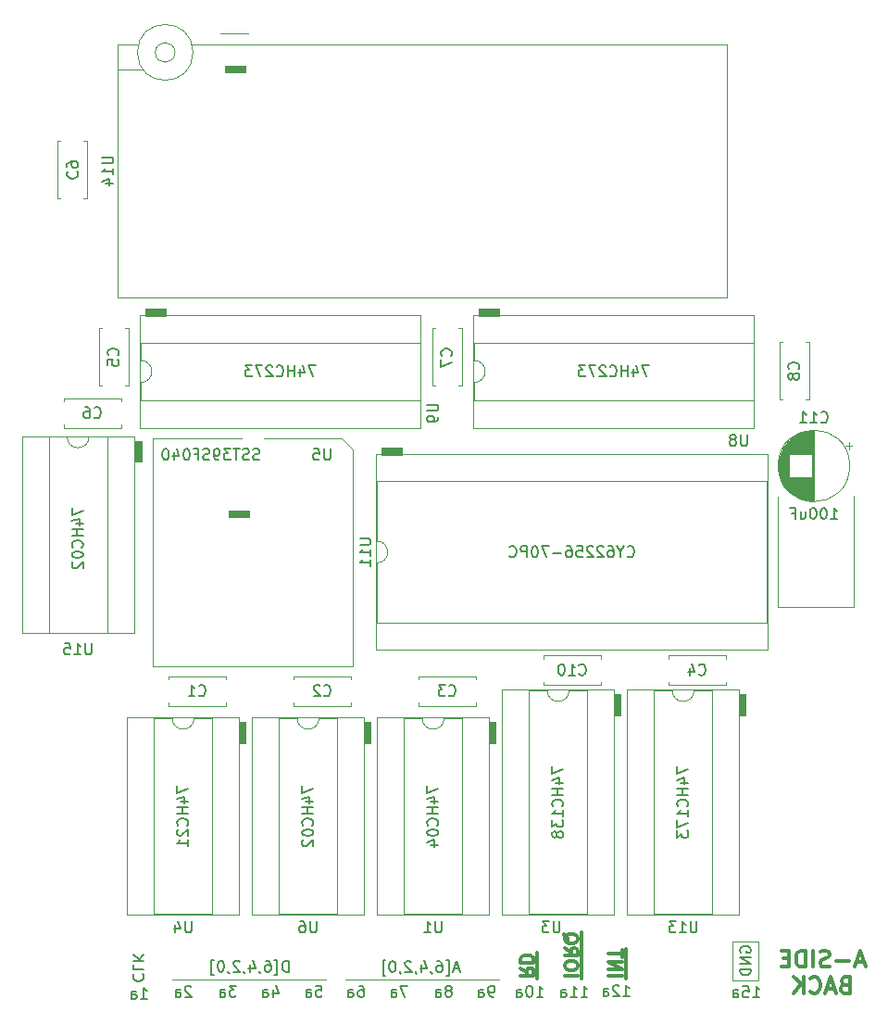
<source format=gbr>
%TF.GenerationSoftware,KiCad,Pcbnew,(6.0.9)*%
%TF.CreationDate,2023-08-23T21:47:27+02:00*%
%TF.ProjectId,p2000t-slot2-datacartridge,70323030-3074-42d7-936c-6f74322d6461,rev?*%
%TF.SameCoordinates,Original*%
%TF.FileFunction,Legend,Bot*%
%TF.FilePolarity,Positive*%
%FSLAX46Y46*%
G04 Gerber Fmt 4.6, Leading zero omitted, Abs format (unit mm)*
G04 Created by KiCad (PCBNEW (6.0.9)) date 2023-08-23 21:47:27*
%MOMM*%
%LPD*%
G01*
G04 APERTURE LIST*
%ADD10C,0.120000*%
%ADD11C,0.150000*%
%ADD12C,0.300000*%
G04 APERTURE END LIST*
D10*
X86677500Y-80010000D02*
X88582500Y-80010000D01*
X88582500Y-80010000D02*
X88582500Y-79375000D01*
X88582500Y-79375000D02*
X86677500Y-79375000D01*
X86677500Y-79375000D02*
X86677500Y-80010000D01*
G36*
X86677500Y-80010000D02*
G01*
X88582500Y-80010000D01*
X88582500Y-79375000D01*
X86677500Y-79375000D01*
X86677500Y-80010000D01*
G37*
X63500000Y-57785000D02*
X65405000Y-57785000D01*
X65405000Y-57785000D02*
X65405000Y-57150000D01*
X65405000Y-57150000D02*
X63500000Y-57150000D01*
X63500000Y-57150000D02*
X63500000Y-57785000D01*
G36*
X63500000Y-57785000D02*
G01*
X65405000Y-57785000D01*
X65405000Y-57150000D01*
X63500000Y-57150000D01*
X63500000Y-57785000D01*
G37*
X56197500Y-80010000D02*
X58102500Y-80010000D01*
X58102500Y-80010000D02*
X58102500Y-79375000D01*
X58102500Y-79375000D02*
X56197500Y-79375000D01*
X56197500Y-79375000D02*
X56197500Y-80010000D01*
G36*
X56197500Y-80010000D02*
G01*
X58102500Y-80010000D01*
X58102500Y-79375000D01*
X56197500Y-79375000D01*
X56197500Y-80010000D01*
G37*
X55880000Y-93345000D02*
X55245000Y-93345000D01*
X55245000Y-93345000D02*
X55245000Y-91440000D01*
X55245000Y-91440000D02*
X55880000Y-91440000D01*
X55880000Y-91440000D02*
X55880000Y-93345000D01*
G36*
X55880000Y-93345000D02*
G01*
X55245000Y-93345000D01*
X55245000Y-91440000D01*
X55880000Y-91440000D01*
X55880000Y-93345000D01*
G37*
X63817500Y-98425000D02*
X65722500Y-98425000D01*
X65722500Y-98425000D02*
X65722500Y-97790000D01*
X65722500Y-97790000D02*
X63817500Y-97790000D01*
X63817500Y-97790000D02*
X63817500Y-98425000D01*
G36*
X63817500Y-98425000D02*
G01*
X65722500Y-98425000D01*
X65722500Y-97790000D01*
X63817500Y-97790000D01*
X63817500Y-98425000D01*
G37*
X77787500Y-92710000D02*
X79692500Y-92710000D01*
X79692500Y-92710000D02*
X79692500Y-92075000D01*
X79692500Y-92075000D02*
X77787500Y-92075000D01*
X77787500Y-92075000D02*
X77787500Y-92710000D01*
G36*
X77787500Y-92710000D02*
G01*
X79692500Y-92710000D01*
X79692500Y-92075000D01*
X77787500Y-92075000D01*
X77787500Y-92710000D01*
G37*
X110490000Y-114617500D02*
X111125000Y-114617500D01*
X111125000Y-114617500D02*
X111125000Y-116522500D01*
X111125000Y-116522500D02*
X110490000Y-116522500D01*
X110490000Y-116522500D02*
X110490000Y-114617500D01*
G36*
X110490000Y-114617500D02*
G01*
X111125000Y-114617500D01*
X111125000Y-116522500D01*
X110490000Y-116522500D01*
X110490000Y-114617500D01*
G37*
X99060000Y-114617500D02*
X99695000Y-114617500D01*
X99695000Y-114617500D02*
X99695000Y-116522500D01*
X99695000Y-116522500D02*
X99060000Y-116522500D01*
X99060000Y-116522500D02*
X99060000Y-114617500D01*
G36*
X99060000Y-114617500D02*
G01*
X99695000Y-114617500D01*
X99695000Y-116522500D01*
X99060000Y-116522500D01*
X99060000Y-114617500D01*
G37*
X87630000Y-117157500D02*
X88265000Y-117157500D01*
X88265000Y-117157500D02*
X88265000Y-119062500D01*
X88265000Y-119062500D02*
X87630000Y-119062500D01*
X87630000Y-119062500D02*
X87630000Y-117157500D01*
G36*
X87630000Y-117157500D02*
G01*
X88265000Y-117157500D01*
X88265000Y-119062500D01*
X87630000Y-119062500D01*
X87630000Y-117157500D01*
G37*
X76200000Y-117157500D02*
X76835000Y-117157500D01*
X76835000Y-117157500D02*
X76835000Y-119062500D01*
X76835000Y-119062500D02*
X76200000Y-119062500D01*
X76200000Y-119062500D02*
X76200000Y-117157500D01*
G36*
X76200000Y-117157500D02*
G01*
X76835000Y-117157500D01*
X76835000Y-119062500D01*
X76200000Y-119062500D01*
X76200000Y-117157500D01*
G37*
X64770000Y-117157500D02*
X65405000Y-117157500D01*
X65405000Y-117157500D02*
X65405000Y-119062500D01*
X65405000Y-119062500D02*
X64770000Y-119062500D01*
X64770000Y-119062500D02*
X64770000Y-117157500D01*
G36*
X64770000Y-117157500D02*
G01*
X65405000Y-117157500D01*
X65405000Y-119062500D01*
X64770000Y-119062500D01*
X64770000Y-117157500D01*
G37*
X112291100Y-140696600D02*
X109878100Y-140696600D01*
X109878100Y-140696600D02*
X109878100Y-137140600D01*
X109878100Y-137140600D02*
X112291100Y-137140600D01*
X112291100Y-137140600D02*
X112291100Y-140696600D01*
X72768700Y-140627100D02*
X58671700Y-140627100D01*
X88582500Y-140639800D02*
X74483200Y-140639800D01*
X120967500Y-106641900D02*
X120967500Y-96494600D01*
X114096800Y-96545400D02*
X114096800Y-106641900D01*
X114096800Y-106641900D02*
X120967500Y-106641900D01*
D11*
X80221914Y-141235180D02*
X79555247Y-141235180D01*
X79983819Y-142235180D01*
X78745723Y-142235180D02*
X78745723Y-141711371D01*
X78793342Y-141616133D01*
X78888580Y-141568514D01*
X79079057Y-141568514D01*
X79174295Y-141616133D01*
X78745723Y-142187561D02*
X78840961Y-142235180D01*
X79079057Y-142235180D01*
X79174295Y-142187561D01*
X79221914Y-142092323D01*
X79221914Y-141997085D01*
X79174295Y-141901847D01*
X79079057Y-141854228D01*
X78840961Y-141854228D01*
X78745723Y-141806609D01*
X88080057Y-142235180D02*
X87889580Y-142235180D01*
X87794342Y-142187561D01*
X87746723Y-142139942D01*
X87651485Y-141997085D01*
X87603866Y-141806609D01*
X87603866Y-141425657D01*
X87651485Y-141330419D01*
X87699104Y-141282800D01*
X87794342Y-141235180D01*
X87984819Y-141235180D01*
X88080057Y-141282800D01*
X88127676Y-141330419D01*
X88175295Y-141425657D01*
X88175295Y-141663752D01*
X88127676Y-141758990D01*
X88080057Y-141806609D01*
X87984819Y-141854228D01*
X87794342Y-141854228D01*
X87699104Y-141806609D01*
X87651485Y-141758990D01*
X87603866Y-141663752D01*
X86746723Y-142235180D02*
X86746723Y-141711371D01*
X86794342Y-141616133D01*
X86889580Y-141568514D01*
X87080057Y-141568514D01*
X87175295Y-141616133D01*
X86746723Y-142187561D02*
X86841961Y-142235180D01*
X87080057Y-142235180D01*
X87175295Y-142187561D01*
X87222914Y-142092323D01*
X87222914Y-141997085D01*
X87175295Y-141901847D01*
X87080057Y-141854228D01*
X86841961Y-141854228D01*
X86746723Y-141806609D01*
X111790957Y-142285980D02*
X112362385Y-142285980D01*
X112076671Y-142285980D02*
X112076671Y-141285980D01*
X112171909Y-141428838D01*
X112267147Y-141524076D01*
X112362385Y-141571695D01*
X110886195Y-141285980D02*
X111362385Y-141285980D01*
X111410004Y-141762171D01*
X111362385Y-141714552D01*
X111267147Y-141666933D01*
X111029052Y-141666933D01*
X110933814Y-141714552D01*
X110886195Y-141762171D01*
X110838576Y-141857409D01*
X110838576Y-142095504D01*
X110886195Y-142190742D01*
X110933814Y-142238361D01*
X111029052Y-142285980D01*
X111267147Y-142285980D01*
X111362385Y-142238361D01*
X111410004Y-142190742D01*
X109981433Y-142285980D02*
X109981433Y-141762171D01*
X110029052Y-141666933D01*
X110124290Y-141619314D01*
X110314766Y-141619314D01*
X110410004Y-141666933D01*
X109981433Y-142238361D02*
X110076671Y-142285980D01*
X110314766Y-142285980D01*
X110410004Y-142238361D01*
X110457623Y-142143123D01*
X110457623Y-142047885D01*
X110410004Y-141952647D01*
X110314766Y-141905028D01*
X110076671Y-141905028D01*
X109981433Y-141857409D01*
X92017057Y-142235180D02*
X92588485Y-142235180D01*
X92302771Y-142235180D02*
X92302771Y-141235180D01*
X92398009Y-141378038D01*
X92493247Y-141473276D01*
X92588485Y-141520895D01*
X91398009Y-141235180D02*
X91302771Y-141235180D01*
X91207533Y-141282800D01*
X91159914Y-141330419D01*
X91112295Y-141425657D01*
X91064676Y-141616133D01*
X91064676Y-141854228D01*
X91112295Y-142044704D01*
X91159914Y-142139942D01*
X91207533Y-142187561D01*
X91302771Y-142235180D01*
X91398009Y-142235180D01*
X91493247Y-142187561D01*
X91540866Y-142139942D01*
X91588485Y-142044704D01*
X91636104Y-141854228D01*
X91636104Y-141616133D01*
X91588485Y-141425657D01*
X91540866Y-141330419D01*
X91493247Y-141282800D01*
X91398009Y-141235180D01*
X90207533Y-142235180D02*
X90207533Y-141711371D01*
X90255152Y-141616133D01*
X90350390Y-141568514D01*
X90540866Y-141568514D01*
X90636104Y-141616133D01*
X90207533Y-142187561D02*
X90302771Y-142235180D01*
X90540866Y-142235180D01*
X90636104Y-142187561D01*
X90683723Y-142092323D01*
X90683723Y-141997085D01*
X90636104Y-141901847D01*
X90540866Y-141854228D01*
X90302771Y-141854228D01*
X90207533Y-141806609D01*
X60425795Y-141317719D02*
X60378176Y-141270100D01*
X60282938Y-141222480D01*
X60044842Y-141222480D01*
X59949604Y-141270100D01*
X59901985Y-141317719D01*
X59854366Y-141412957D01*
X59854366Y-141508195D01*
X59901985Y-141651052D01*
X60473414Y-142222480D01*
X59854366Y-142222480D01*
X58997223Y-142222480D02*
X58997223Y-141698671D01*
X59044842Y-141603433D01*
X59140080Y-141555814D01*
X59330557Y-141555814D01*
X59425795Y-141603433D01*
X58997223Y-142174861D02*
X59092461Y-142222480D01*
X59330557Y-142222480D01*
X59425795Y-142174861D01*
X59473414Y-142079623D01*
X59473414Y-141984385D01*
X59425795Y-141889147D01*
X59330557Y-141841528D01*
X59092461Y-141841528D01*
X58997223Y-141793909D01*
X84918109Y-139676166D02*
X84441919Y-139676166D01*
X85013347Y-139961880D02*
X84680014Y-138961880D01*
X84346680Y-139961880D01*
X83727633Y-140295214D02*
X83965728Y-140295214D01*
X83965728Y-138866642D01*
X83727633Y-138866642D01*
X82918109Y-138961880D02*
X83108585Y-138961880D01*
X83203823Y-139009500D01*
X83251442Y-139057119D01*
X83346680Y-139199976D01*
X83394300Y-139390452D01*
X83394300Y-139771404D01*
X83346680Y-139866642D01*
X83299061Y-139914261D01*
X83203823Y-139961880D01*
X83013347Y-139961880D01*
X82918109Y-139914261D01*
X82870490Y-139866642D01*
X82822871Y-139771404D01*
X82822871Y-139533309D01*
X82870490Y-139438071D01*
X82918109Y-139390452D01*
X83013347Y-139342833D01*
X83203823Y-139342833D01*
X83299061Y-139390452D01*
X83346680Y-139438071D01*
X83394300Y-139533309D01*
X82346680Y-139914261D02*
X82346680Y-139961880D01*
X82394300Y-140057119D01*
X82441919Y-140104738D01*
X81489538Y-139295214D02*
X81489538Y-139961880D01*
X81727633Y-138914261D02*
X81965728Y-139628547D01*
X81346680Y-139628547D01*
X80918109Y-139914261D02*
X80918109Y-139961880D01*
X80965728Y-140057119D01*
X81013347Y-140104738D01*
X80537157Y-139057119D02*
X80489538Y-139009500D01*
X80394300Y-138961880D01*
X80156204Y-138961880D01*
X80060966Y-139009500D01*
X80013347Y-139057119D01*
X79965728Y-139152357D01*
X79965728Y-139247595D01*
X80013347Y-139390452D01*
X80584776Y-139961880D01*
X79965728Y-139961880D01*
X79489538Y-139914261D02*
X79489538Y-139961880D01*
X79537157Y-140057119D01*
X79584776Y-140104738D01*
X78870490Y-138961880D02*
X78775252Y-138961880D01*
X78680014Y-139009500D01*
X78632395Y-139057119D01*
X78584776Y-139152357D01*
X78537157Y-139342833D01*
X78537157Y-139580928D01*
X78584776Y-139771404D01*
X78632395Y-139866642D01*
X78680014Y-139914261D01*
X78775252Y-139961880D01*
X78870490Y-139961880D01*
X78965728Y-139914261D01*
X79013347Y-139866642D01*
X79060966Y-139771404D01*
X79108585Y-139580928D01*
X79108585Y-139342833D01*
X79060966Y-139152357D01*
X79013347Y-139057119D01*
X78965728Y-139009500D01*
X78870490Y-138961880D01*
X78203823Y-140295214D02*
X77965728Y-140295214D01*
X77965728Y-138866642D01*
X78203823Y-138866642D01*
X67950604Y-141555814D02*
X67950604Y-142222480D01*
X68188700Y-141174861D02*
X68426795Y-141889147D01*
X67807747Y-141889147D01*
X66998223Y-142222480D02*
X66998223Y-141698671D01*
X67045842Y-141603433D01*
X67141080Y-141555814D01*
X67331557Y-141555814D01*
X67426795Y-141603433D01*
X66998223Y-142174861D02*
X67093461Y-142222480D01*
X67331557Y-142222480D01*
X67426795Y-142174861D01*
X67474414Y-142079623D01*
X67474414Y-141984385D01*
X67426795Y-141889147D01*
X67331557Y-141841528D01*
X67093461Y-141841528D01*
X66998223Y-141793909D01*
X75761104Y-141235180D02*
X75951580Y-141235180D01*
X76046819Y-141282800D01*
X76094438Y-141330419D01*
X76189676Y-141473276D01*
X76237295Y-141663752D01*
X76237295Y-142044704D01*
X76189676Y-142139942D01*
X76142057Y-142187561D01*
X76046819Y-142235180D01*
X75856342Y-142235180D01*
X75761104Y-142187561D01*
X75713485Y-142139942D01*
X75665866Y-142044704D01*
X75665866Y-141806609D01*
X75713485Y-141711371D01*
X75761104Y-141663752D01*
X75856342Y-141616133D01*
X76046819Y-141616133D01*
X76142057Y-141663752D01*
X76189676Y-141711371D01*
X76237295Y-141806609D01*
X74808723Y-142235180D02*
X74808723Y-141711371D01*
X74856342Y-141616133D01*
X74951580Y-141568514D01*
X75142057Y-141568514D01*
X75237295Y-141616133D01*
X74808723Y-142187561D02*
X74903961Y-142235180D01*
X75142057Y-142235180D01*
X75237295Y-142187561D01*
X75284914Y-142092323D01*
X75284914Y-141997085D01*
X75237295Y-141901847D01*
X75142057Y-141854228D01*
X74903961Y-141854228D01*
X74808723Y-141806609D01*
X64537414Y-141222480D02*
X63918366Y-141222480D01*
X64251700Y-141603433D01*
X64108842Y-141603433D01*
X64013604Y-141651052D01*
X63965985Y-141698671D01*
X63918366Y-141793909D01*
X63918366Y-142032004D01*
X63965985Y-142127242D01*
X64013604Y-142174861D01*
X64108842Y-142222480D01*
X64394557Y-142222480D01*
X64489795Y-142174861D01*
X64537414Y-142127242D01*
X63061223Y-142222480D02*
X63061223Y-141698671D01*
X63108842Y-141603433D01*
X63204080Y-141555814D01*
X63394557Y-141555814D01*
X63489795Y-141603433D01*
X63061223Y-142174861D02*
X63156461Y-142222480D01*
X63394557Y-142222480D01*
X63489795Y-142174861D01*
X63537414Y-142079623D01*
X63537414Y-141984385D01*
X63489795Y-141889147D01*
X63394557Y-141841528D01*
X63156461Y-141841528D01*
X63061223Y-141793909D01*
X69331319Y-139936480D02*
X69331319Y-138936480D01*
X69093223Y-138936480D01*
X68950366Y-138984100D01*
X68855128Y-139079338D01*
X68807509Y-139174576D01*
X68759890Y-139365052D01*
X68759890Y-139507909D01*
X68807509Y-139698385D01*
X68855128Y-139793623D01*
X68950366Y-139888861D01*
X69093223Y-139936480D01*
X69331319Y-139936480D01*
X68045604Y-140269814D02*
X68283700Y-140269814D01*
X68283700Y-138841242D01*
X68045604Y-138841242D01*
X67236080Y-138936480D02*
X67426557Y-138936480D01*
X67521795Y-138984100D01*
X67569414Y-139031719D01*
X67664652Y-139174576D01*
X67712271Y-139365052D01*
X67712271Y-139746004D01*
X67664652Y-139841242D01*
X67617033Y-139888861D01*
X67521795Y-139936480D01*
X67331319Y-139936480D01*
X67236080Y-139888861D01*
X67188461Y-139841242D01*
X67140842Y-139746004D01*
X67140842Y-139507909D01*
X67188461Y-139412671D01*
X67236080Y-139365052D01*
X67331319Y-139317433D01*
X67521795Y-139317433D01*
X67617033Y-139365052D01*
X67664652Y-139412671D01*
X67712271Y-139507909D01*
X66664652Y-139888861D02*
X66664652Y-139936480D01*
X66712271Y-140031719D01*
X66759890Y-140079338D01*
X65807509Y-139269814D02*
X65807509Y-139936480D01*
X66045604Y-138888861D02*
X66283700Y-139603147D01*
X65664652Y-139603147D01*
X65236080Y-139888861D02*
X65236080Y-139936480D01*
X65283700Y-140031719D01*
X65331319Y-140079338D01*
X64855128Y-139031719D02*
X64807509Y-138984100D01*
X64712271Y-138936480D01*
X64474176Y-138936480D01*
X64378938Y-138984100D01*
X64331319Y-139031719D01*
X64283700Y-139126957D01*
X64283700Y-139222195D01*
X64331319Y-139365052D01*
X64902747Y-139936480D01*
X64283700Y-139936480D01*
X63807509Y-139888861D02*
X63807509Y-139936480D01*
X63855128Y-140031719D01*
X63902747Y-140079338D01*
X63188461Y-138936480D02*
X63093223Y-138936480D01*
X62997985Y-138984100D01*
X62950366Y-139031719D01*
X62902747Y-139126957D01*
X62855128Y-139317433D01*
X62855128Y-139555528D01*
X62902747Y-139746004D01*
X62950366Y-139841242D01*
X62997985Y-139888861D01*
X63093223Y-139936480D01*
X63188461Y-139936480D01*
X63283700Y-139888861D01*
X63331319Y-139841242D01*
X63378938Y-139746004D01*
X63426557Y-139555528D01*
X63426557Y-139317433D01*
X63378938Y-139126957D01*
X63331319Y-139031719D01*
X63283700Y-138984100D01*
X63188461Y-138936480D01*
X62521795Y-140269814D02*
X62283700Y-140269814D01*
X62283700Y-138841242D01*
X62521795Y-138841242D01*
X84047819Y-141663752D02*
X84143057Y-141616133D01*
X84190676Y-141568514D01*
X84238295Y-141473276D01*
X84238295Y-141425657D01*
X84190676Y-141330419D01*
X84143057Y-141282800D01*
X84047819Y-141235180D01*
X83857342Y-141235180D01*
X83762104Y-141282800D01*
X83714485Y-141330419D01*
X83666866Y-141425657D01*
X83666866Y-141473276D01*
X83714485Y-141568514D01*
X83762104Y-141616133D01*
X83857342Y-141663752D01*
X84047819Y-141663752D01*
X84143057Y-141711371D01*
X84190676Y-141758990D01*
X84238295Y-141854228D01*
X84238295Y-142044704D01*
X84190676Y-142139942D01*
X84143057Y-142187561D01*
X84047819Y-142235180D01*
X83857342Y-142235180D01*
X83762104Y-142187561D01*
X83714485Y-142139942D01*
X83666866Y-142044704D01*
X83666866Y-141854228D01*
X83714485Y-141758990D01*
X83762104Y-141711371D01*
X83857342Y-141663752D01*
X82809723Y-142235180D02*
X82809723Y-141711371D01*
X82857342Y-141616133D01*
X82952580Y-141568514D01*
X83143057Y-141568514D01*
X83238295Y-141616133D01*
X82809723Y-142187561D02*
X82904961Y-142235180D01*
X83143057Y-142235180D01*
X83238295Y-142187561D01*
X83285914Y-142092323D01*
X83285914Y-141997085D01*
X83238295Y-141901847D01*
X83143057Y-141854228D01*
X82904961Y-141854228D01*
X82809723Y-141806609D01*
X96081057Y-142235180D02*
X96652485Y-142235180D01*
X96366771Y-142235180D02*
X96366771Y-141235180D01*
X96462009Y-141378038D01*
X96557247Y-141473276D01*
X96652485Y-141520895D01*
X95128676Y-142235180D02*
X95700104Y-142235180D01*
X95414390Y-142235180D02*
X95414390Y-141235180D01*
X95509628Y-141378038D01*
X95604866Y-141473276D01*
X95700104Y-141520895D01*
X94271533Y-142235180D02*
X94271533Y-141711371D01*
X94319152Y-141616133D01*
X94414390Y-141568514D01*
X94604866Y-141568514D01*
X94700104Y-141616133D01*
X94271533Y-142187561D02*
X94366771Y-142235180D01*
X94604866Y-142235180D01*
X94700104Y-142187561D01*
X94747723Y-142092323D01*
X94747723Y-141997085D01*
X94700104Y-141901847D01*
X94604866Y-141854228D01*
X94366771Y-141854228D01*
X94271533Y-141806609D01*
X99916457Y-142158980D02*
X100487885Y-142158980D01*
X100202171Y-142158980D02*
X100202171Y-141158980D01*
X100297409Y-141301838D01*
X100392647Y-141397076D01*
X100487885Y-141444695D01*
X99535504Y-141254219D02*
X99487885Y-141206600D01*
X99392647Y-141158980D01*
X99154552Y-141158980D01*
X99059314Y-141206600D01*
X99011695Y-141254219D01*
X98964076Y-141349457D01*
X98964076Y-141444695D01*
X99011695Y-141587552D01*
X99583123Y-142158980D01*
X98964076Y-142158980D01*
X98106933Y-142158980D02*
X98106933Y-141635171D01*
X98154552Y-141539933D01*
X98249790Y-141492314D01*
X98440266Y-141492314D01*
X98535504Y-141539933D01*
X98106933Y-142111361D02*
X98202171Y-142158980D01*
X98440266Y-142158980D01*
X98535504Y-142111361D01*
X98583123Y-142016123D01*
X98583123Y-141920885D01*
X98535504Y-141825647D01*
X98440266Y-141778028D01*
X98202171Y-141778028D01*
X98106933Y-141730409D01*
X71839985Y-141222480D02*
X72316176Y-141222480D01*
X72363795Y-141698671D01*
X72316176Y-141651052D01*
X72220938Y-141603433D01*
X71982842Y-141603433D01*
X71887604Y-141651052D01*
X71839985Y-141698671D01*
X71792366Y-141793909D01*
X71792366Y-142032004D01*
X71839985Y-142127242D01*
X71887604Y-142174861D01*
X71982842Y-142222480D01*
X72220938Y-142222480D01*
X72316176Y-142174861D01*
X72363795Y-142127242D01*
X70935223Y-142222480D02*
X70935223Y-141698671D01*
X70982842Y-141603433D01*
X71078080Y-141555814D01*
X71268557Y-141555814D01*
X71363795Y-141603433D01*
X70935223Y-142174861D02*
X71030461Y-142222480D01*
X71268557Y-142222480D01*
X71363795Y-142174861D01*
X71411414Y-142079623D01*
X71411414Y-141984385D01*
X71363795Y-141889147D01*
X71268557Y-141841528D01*
X71030461Y-141841528D01*
X70935223Y-141793909D01*
X55194657Y-140162838D02*
X55147038Y-140210457D01*
X55099419Y-140353314D01*
X55099419Y-140448552D01*
X55147038Y-140591409D01*
X55242276Y-140686647D01*
X55337514Y-140734266D01*
X55527990Y-140781885D01*
X55670847Y-140781885D01*
X55861323Y-140734266D01*
X55956561Y-140686647D01*
X56051800Y-140591409D01*
X56099419Y-140448552D01*
X56099419Y-140353314D01*
X56051800Y-140210457D01*
X56004180Y-140162838D01*
X55099419Y-139258076D02*
X55099419Y-139734266D01*
X56099419Y-139734266D01*
X55099419Y-138924742D02*
X56099419Y-138924742D01*
X55099419Y-138353314D02*
X55670847Y-138781885D01*
X56099419Y-138353314D02*
X55527990Y-138924742D01*
D12*
X100142600Y-140585556D02*
X100142600Y-140014128D01*
X98603742Y-140299842D02*
X99803742Y-140299842D01*
X100142600Y-140014128D02*
X100142600Y-138756985D01*
X98603742Y-139728413D02*
X99803742Y-139728413D01*
X98603742Y-139042699D01*
X99803742Y-139042699D01*
X100142600Y-138756985D02*
X100142600Y-137842699D01*
X99803742Y-138642699D02*
X99803742Y-137956985D01*
X98603742Y-138299842D02*
X99803742Y-138299842D01*
D11*
X55815466Y-142412980D02*
X56386895Y-142412980D01*
X56101180Y-142412980D02*
X56101180Y-141412980D01*
X56196419Y-141555838D01*
X56291657Y-141651076D01*
X56386895Y-141698695D01*
X54958323Y-142412980D02*
X54958323Y-141889171D01*
X55005942Y-141793933D01*
X55101180Y-141746314D01*
X55291657Y-141746314D01*
X55386895Y-141793933D01*
X54958323Y-142365361D02*
X55053561Y-142412980D01*
X55291657Y-142412980D01*
X55386895Y-142365361D01*
X55434514Y-142270123D01*
X55434514Y-142174885D01*
X55386895Y-142079647D01*
X55291657Y-142032028D01*
X55053561Y-142032028D01*
X54958323Y-141984409D01*
X110648100Y-138156695D02*
X110600480Y-138061457D01*
X110600480Y-137918600D01*
X110648100Y-137775742D01*
X110743338Y-137680504D01*
X110838576Y-137632885D01*
X111029052Y-137585266D01*
X111171909Y-137585266D01*
X111362385Y-137632885D01*
X111457623Y-137680504D01*
X111552861Y-137775742D01*
X111600480Y-137918600D01*
X111600480Y-138013838D01*
X111552861Y-138156695D01*
X111505242Y-138204314D01*
X111171909Y-138204314D01*
X111171909Y-138013838D01*
X111600480Y-138632885D02*
X110600480Y-138632885D01*
X111600480Y-139204314D01*
X110600480Y-139204314D01*
X111600480Y-139680504D02*
X110600480Y-139680504D01*
X110600480Y-139918600D01*
X110648100Y-140061457D01*
X110743338Y-140156695D01*
X110838576Y-140204314D01*
X111029052Y-140251933D01*
X111171909Y-140251933D01*
X111362385Y-140204314D01*
X111457623Y-140156695D01*
X111552861Y-140061457D01*
X111600480Y-139918600D01*
X111600480Y-139680504D01*
D12*
X96117850Y-140585557D02*
X96117850Y-140014128D01*
X94578992Y-140299842D02*
X95778992Y-140299842D01*
X96117850Y-140014128D02*
X96117850Y-138756985D01*
X95778992Y-139499842D02*
X95778992Y-139271271D01*
X95721850Y-139156985D01*
X95607564Y-139042700D01*
X95378992Y-138985557D01*
X94978992Y-138985557D01*
X94750421Y-139042700D01*
X94636135Y-139156985D01*
X94578992Y-139271271D01*
X94578992Y-139499842D01*
X94636135Y-139614128D01*
X94750421Y-139728414D01*
X94978992Y-139785557D01*
X95378992Y-139785557D01*
X95607564Y-139728414D01*
X95721850Y-139614128D01*
X95778992Y-139499842D01*
X96117850Y-138756985D02*
X96117850Y-137556985D01*
X94578992Y-137785557D02*
X95150421Y-138185557D01*
X94578992Y-138471271D02*
X95778992Y-138471271D01*
X95778992Y-138014128D01*
X95721850Y-137899842D01*
X95664707Y-137842700D01*
X95550421Y-137785557D01*
X95378992Y-137785557D01*
X95264707Y-137842700D01*
X95207564Y-137899842D01*
X95150421Y-138014128D01*
X95150421Y-138471271D01*
X96117850Y-137556985D02*
X96117850Y-136299842D01*
X94464707Y-136471271D02*
X94521850Y-136585557D01*
X94636135Y-136699842D01*
X94807564Y-136871271D01*
X94864707Y-136985557D01*
X94864707Y-137099842D01*
X94578992Y-137042700D02*
X94636135Y-137156985D01*
X94750421Y-137271271D01*
X94978992Y-137328414D01*
X95378992Y-137328414D01*
X95607564Y-137271271D01*
X95721850Y-137156985D01*
X95778992Y-137042700D01*
X95778992Y-136814128D01*
X95721850Y-136699842D01*
X95607564Y-136585557D01*
X95378992Y-136528414D01*
X94978992Y-136528414D01*
X94750421Y-136585557D01*
X94636135Y-136699842D01*
X94578992Y-136814128D01*
X94578992Y-137042700D01*
X121933814Y-139072700D02*
X121219528Y-139072700D01*
X122076671Y-139501271D02*
X121576671Y-138001271D01*
X121076671Y-139501271D01*
X120576671Y-138929842D02*
X119433814Y-138929842D01*
X118790957Y-139429842D02*
X118576671Y-139501271D01*
X118219528Y-139501271D01*
X118076671Y-139429842D01*
X118005242Y-139358414D01*
X117933814Y-139215557D01*
X117933814Y-139072700D01*
X118005242Y-138929842D01*
X118076671Y-138858414D01*
X118219528Y-138786985D01*
X118505242Y-138715557D01*
X118648100Y-138644128D01*
X118719528Y-138572700D01*
X118790957Y-138429842D01*
X118790957Y-138286985D01*
X118719528Y-138144128D01*
X118648100Y-138072700D01*
X118505242Y-138001271D01*
X118148100Y-138001271D01*
X117933814Y-138072700D01*
X117290957Y-139501271D02*
X117290957Y-138001271D01*
X116576671Y-139501271D02*
X116576671Y-138001271D01*
X116219528Y-138001271D01*
X116005242Y-138072700D01*
X115862385Y-138215557D01*
X115790957Y-138358414D01*
X115719528Y-138644128D01*
X115719528Y-138858414D01*
X115790957Y-139144128D01*
X115862385Y-139286985D01*
X116005242Y-139429842D01*
X116219528Y-139501271D01*
X116576671Y-139501271D01*
X115076671Y-138715557D02*
X114576671Y-138715557D01*
X114362385Y-139501271D02*
X115076671Y-139501271D01*
X115076671Y-138001271D01*
X114362385Y-138001271D01*
X120183814Y-141130557D02*
X119969528Y-141201985D01*
X119898100Y-141273414D01*
X119826671Y-141416271D01*
X119826671Y-141630557D01*
X119898100Y-141773414D01*
X119969528Y-141844842D01*
X120112385Y-141916271D01*
X120683814Y-141916271D01*
X120683814Y-140416271D01*
X120183814Y-140416271D01*
X120040957Y-140487700D01*
X119969528Y-140559128D01*
X119898100Y-140701985D01*
X119898100Y-140844842D01*
X119969528Y-140987700D01*
X120040957Y-141059128D01*
X120183814Y-141130557D01*
X120683814Y-141130557D01*
X119255242Y-141487700D02*
X118540957Y-141487700D01*
X119398100Y-141916271D02*
X118898100Y-140416271D01*
X118398100Y-141916271D01*
X117040957Y-141773414D02*
X117112385Y-141844842D01*
X117326671Y-141916271D01*
X117469528Y-141916271D01*
X117683814Y-141844842D01*
X117826671Y-141701985D01*
X117898100Y-141559128D01*
X117969528Y-141273414D01*
X117969528Y-141059128D01*
X117898100Y-140773414D01*
X117826671Y-140630557D01*
X117683814Y-140487700D01*
X117469528Y-140416271D01*
X117326671Y-140416271D01*
X117112385Y-140487700D01*
X117040957Y-140559128D01*
X116398100Y-141916271D02*
X116398100Y-140416271D01*
X115540957Y-141916271D02*
X116183814Y-141059128D01*
X115540957Y-140416271D02*
X116398100Y-141273414D01*
X92093100Y-140585557D02*
X92093100Y-139385557D01*
X90554242Y-139614128D02*
X91125671Y-140014128D01*
X90554242Y-140299842D02*
X91754242Y-140299842D01*
X91754242Y-139842699D01*
X91697100Y-139728414D01*
X91639957Y-139671271D01*
X91525671Y-139614128D01*
X91354242Y-139614128D01*
X91239957Y-139671271D01*
X91182814Y-139728414D01*
X91125671Y-139842699D01*
X91125671Y-140299842D01*
X92093100Y-139385557D02*
X92093100Y-138185557D01*
X90554242Y-139099842D02*
X91754242Y-139099842D01*
X91754242Y-138814128D01*
X91697100Y-138642699D01*
X91582814Y-138528414D01*
X91468528Y-138471271D01*
X91239957Y-138414128D01*
X91068528Y-138414128D01*
X90839957Y-138471271D01*
X90725671Y-138528414D01*
X90611385Y-138642699D01*
X90554242Y-138814128D01*
X90554242Y-139099842D01*
D11*
%TO.C,U14*%
X52290380Y-65529404D02*
X53099904Y-65529404D01*
X53195142Y-65577023D01*
X53242761Y-65624642D01*
X53290380Y-65719880D01*
X53290380Y-65910357D01*
X53242761Y-66005595D01*
X53195142Y-66053214D01*
X53099904Y-66100833D01*
X52290380Y-66100833D01*
X53290380Y-67100833D02*
X53290380Y-66529404D01*
X53290380Y-66815119D02*
X52290380Y-66815119D01*
X52433238Y-66719880D01*
X52528476Y-66624642D01*
X52576095Y-66529404D01*
X52623714Y-67957976D02*
X53290380Y-67957976D01*
X52242761Y-67719880D02*
X52957047Y-67481785D01*
X52957047Y-68100833D01*
%TO.C,U5*%
X73151904Y-92162380D02*
X73151904Y-92971904D01*
X73104285Y-93067142D01*
X73056666Y-93114761D01*
X72961428Y-93162380D01*
X72770952Y-93162380D01*
X72675714Y-93114761D01*
X72628095Y-93067142D01*
X72580476Y-92971904D01*
X72580476Y-92162380D01*
X71628095Y-92162380D02*
X72104285Y-92162380D01*
X72151904Y-92638571D01*
X72104285Y-92590952D01*
X72009047Y-92543333D01*
X71770952Y-92543333D01*
X71675714Y-92590952D01*
X71628095Y-92638571D01*
X71580476Y-92733809D01*
X71580476Y-92971904D01*
X71628095Y-93067142D01*
X71675714Y-93114761D01*
X71770952Y-93162380D01*
X72009047Y-93162380D01*
X72104285Y-93114761D01*
X72151904Y-93067142D01*
X66658571Y-93114761D02*
X66515714Y-93162380D01*
X66277619Y-93162380D01*
X66182380Y-93114761D01*
X66134761Y-93067142D01*
X66087142Y-92971904D01*
X66087142Y-92876666D01*
X66134761Y-92781428D01*
X66182380Y-92733809D01*
X66277619Y-92686190D01*
X66468095Y-92638571D01*
X66563333Y-92590952D01*
X66610952Y-92543333D01*
X66658571Y-92448095D01*
X66658571Y-92352857D01*
X66610952Y-92257619D01*
X66563333Y-92210000D01*
X66468095Y-92162380D01*
X66230000Y-92162380D01*
X66087142Y-92210000D01*
X65706190Y-93114761D02*
X65563333Y-93162380D01*
X65325238Y-93162380D01*
X65230000Y-93114761D01*
X65182380Y-93067142D01*
X65134761Y-92971904D01*
X65134761Y-92876666D01*
X65182380Y-92781428D01*
X65230000Y-92733809D01*
X65325238Y-92686190D01*
X65515714Y-92638571D01*
X65610952Y-92590952D01*
X65658571Y-92543333D01*
X65706190Y-92448095D01*
X65706190Y-92352857D01*
X65658571Y-92257619D01*
X65610952Y-92210000D01*
X65515714Y-92162380D01*
X65277619Y-92162380D01*
X65134761Y-92210000D01*
X64849047Y-92162380D02*
X64277619Y-92162380D01*
X64563333Y-93162380D02*
X64563333Y-92162380D01*
X64039523Y-92162380D02*
X63420476Y-92162380D01*
X63753809Y-92543333D01*
X63610952Y-92543333D01*
X63515714Y-92590952D01*
X63468095Y-92638571D01*
X63420476Y-92733809D01*
X63420476Y-92971904D01*
X63468095Y-93067142D01*
X63515714Y-93114761D01*
X63610952Y-93162380D01*
X63896666Y-93162380D01*
X63991904Y-93114761D01*
X64039523Y-93067142D01*
X62944285Y-93162380D02*
X62753809Y-93162380D01*
X62658571Y-93114761D01*
X62610952Y-93067142D01*
X62515714Y-92924285D01*
X62468095Y-92733809D01*
X62468095Y-92352857D01*
X62515714Y-92257619D01*
X62563333Y-92210000D01*
X62658571Y-92162380D01*
X62849047Y-92162380D01*
X62944285Y-92210000D01*
X62991904Y-92257619D01*
X63039523Y-92352857D01*
X63039523Y-92590952D01*
X62991904Y-92686190D01*
X62944285Y-92733809D01*
X62849047Y-92781428D01*
X62658571Y-92781428D01*
X62563333Y-92733809D01*
X62515714Y-92686190D01*
X62468095Y-92590952D01*
X62087142Y-93114761D02*
X61944285Y-93162380D01*
X61706190Y-93162380D01*
X61610952Y-93114761D01*
X61563333Y-93067142D01*
X61515714Y-92971904D01*
X61515714Y-92876666D01*
X61563333Y-92781428D01*
X61610952Y-92733809D01*
X61706190Y-92686190D01*
X61896666Y-92638571D01*
X61991904Y-92590952D01*
X62039523Y-92543333D01*
X62087142Y-92448095D01*
X62087142Y-92352857D01*
X62039523Y-92257619D01*
X61991904Y-92210000D01*
X61896666Y-92162380D01*
X61658571Y-92162380D01*
X61515714Y-92210000D01*
X60753809Y-92638571D02*
X61087142Y-92638571D01*
X61087142Y-93162380D02*
X61087142Y-92162380D01*
X60610952Y-92162380D01*
X60039523Y-92162380D02*
X59944285Y-92162380D01*
X59849047Y-92210000D01*
X59801428Y-92257619D01*
X59753809Y-92352857D01*
X59706190Y-92543333D01*
X59706190Y-92781428D01*
X59753809Y-92971904D01*
X59801428Y-93067142D01*
X59849047Y-93114761D01*
X59944285Y-93162380D01*
X60039523Y-93162380D01*
X60134761Y-93114761D01*
X60182380Y-93067142D01*
X60230000Y-92971904D01*
X60277619Y-92781428D01*
X60277619Y-92543333D01*
X60230000Y-92352857D01*
X60182380Y-92257619D01*
X60134761Y-92210000D01*
X60039523Y-92162380D01*
X58849047Y-92495714D02*
X58849047Y-93162380D01*
X59087142Y-92114761D02*
X59325238Y-92829047D01*
X58706190Y-92829047D01*
X58134761Y-92162380D02*
X58039523Y-92162380D01*
X57944285Y-92210000D01*
X57896666Y-92257619D01*
X57849047Y-92352857D01*
X57801428Y-92543333D01*
X57801428Y-92781428D01*
X57849047Y-92971904D01*
X57896666Y-93067142D01*
X57944285Y-93114761D01*
X58039523Y-93162380D01*
X58134761Y-93162380D01*
X58230000Y-93114761D01*
X58277619Y-93067142D01*
X58325238Y-92971904D01*
X58372857Y-92781428D01*
X58372857Y-92543333D01*
X58325238Y-92352857D01*
X58277619Y-92257619D01*
X58230000Y-92210000D01*
X58134761Y-92162380D01*
%TO.C,U15*%
X51316895Y-109942380D02*
X51316895Y-110751904D01*
X51269276Y-110847142D01*
X51221657Y-110894761D01*
X51126419Y-110942380D01*
X50935942Y-110942380D01*
X50840704Y-110894761D01*
X50793085Y-110847142D01*
X50745466Y-110751904D01*
X50745466Y-109942380D01*
X49745466Y-110942380D02*
X50316895Y-110942380D01*
X50031180Y-110942380D02*
X50031180Y-109942380D01*
X50126419Y-110085238D01*
X50221657Y-110180476D01*
X50316895Y-110228095D01*
X48840704Y-109942380D02*
X49316895Y-109942380D01*
X49364514Y-110418571D01*
X49316895Y-110370952D01*
X49221657Y-110323333D01*
X48983561Y-110323333D01*
X48888323Y-110370952D01*
X48840704Y-110418571D01*
X48793085Y-110513809D01*
X48793085Y-110751904D01*
X48840704Y-110847142D01*
X48888323Y-110894761D01*
X48983561Y-110942380D01*
X49221657Y-110942380D01*
X49316895Y-110894761D01*
X49364514Y-110847142D01*
X49531180Y-97544285D02*
X49531180Y-98210952D01*
X50531180Y-97782380D01*
X49864514Y-99020476D02*
X50531180Y-99020476D01*
X49483561Y-98782380D02*
X50197847Y-98544285D01*
X50197847Y-99163333D01*
X50531180Y-99544285D02*
X49531180Y-99544285D01*
X50007371Y-99544285D02*
X50007371Y-100115714D01*
X50531180Y-100115714D02*
X49531180Y-100115714D01*
X50435942Y-101163333D02*
X50483561Y-101115714D01*
X50531180Y-100972857D01*
X50531180Y-100877619D01*
X50483561Y-100734761D01*
X50388323Y-100639523D01*
X50293085Y-100591904D01*
X50102609Y-100544285D01*
X49959752Y-100544285D01*
X49769276Y-100591904D01*
X49674038Y-100639523D01*
X49578800Y-100734761D01*
X49531180Y-100877619D01*
X49531180Y-100972857D01*
X49578800Y-101115714D01*
X49626419Y-101163333D01*
X49531180Y-101782380D02*
X49531180Y-101877619D01*
X49578800Y-101972857D01*
X49626419Y-102020476D01*
X49721657Y-102068095D01*
X49912133Y-102115714D01*
X50150228Y-102115714D01*
X50340704Y-102068095D01*
X50435942Y-102020476D01*
X50483561Y-101972857D01*
X50531180Y-101877619D01*
X50531180Y-101782380D01*
X50483561Y-101687142D01*
X50435942Y-101639523D01*
X50340704Y-101591904D01*
X50150228Y-101544285D01*
X49912133Y-101544285D01*
X49721657Y-101591904D01*
X49626419Y-101639523D01*
X49578800Y-101687142D01*
X49531180Y-101782380D01*
X49626419Y-102496666D02*
X49578800Y-102544285D01*
X49531180Y-102639523D01*
X49531180Y-102877619D01*
X49578800Y-102972857D01*
X49626419Y-103020476D01*
X49721657Y-103068095D01*
X49816895Y-103068095D01*
X49959752Y-103020476D01*
X50531180Y-102449047D01*
X50531180Y-103068095D01*
%TO.C,U3*%
X94106904Y-135342380D02*
X94106904Y-136151904D01*
X94059285Y-136247142D01*
X94011666Y-136294761D01*
X93916428Y-136342380D01*
X93725952Y-136342380D01*
X93630714Y-136294761D01*
X93583095Y-136247142D01*
X93535476Y-136151904D01*
X93535476Y-135342380D01*
X93154523Y-135342380D02*
X92535476Y-135342380D01*
X92868809Y-135723333D01*
X92725952Y-135723333D01*
X92630714Y-135770952D01*
X92583095Y-135818571D01*
X92535476Y-135913809D01*
X92535476Y-136151904D01*
X92583095Y-136247142D01*
X92630714Y-136294761D01*
X92725952Y-136342380D01*
X93011666Y-136342380D01*
X93106904Y-136294761D01*
X93154523Y-136247142D01*
X93432380Y-121198095D02*
X93432380Y-121864761D01*
X94432380Y-121436190D01*
X93765714Y-122674285D02*
X94432380Y-122674285D01*
X93384761Y-122436190D02*
X94099047Y-122198095D01*
X94099047Y-122817142D01*
X94432380Y-123198095D02*
X93432380Y-123198095D01*
X93908571Y-123198095D02*
X93908571Y-123769523D01*
X94432380Y-123769523D02*
X93432380Y-123769523D01*
X94337142Y-124817142D02*
X94384761Y-124769523D01*
X94432380Y-124626666D01*
X94432380Y-124531428D01*
X94384761Y-124388571D01*
X94289523Y-124293333D01*
X94194285Y-124245714D01*
X94003809Y-124198095D01*
X93860952Y-124198095D01*
X93670476Y-124245714D01*
X93575238Y-124293333D01*
X93480000Y-124388571D01*
X93432380Y-124531428D01*
X93432380Y-124626666D01*
X93480000Y-124769523D01*
X93527619Y-124817142D01*
X94432380Y-125769523D02*
X94432380Y-125198095D01*
X94432380Y-125483809D02*
X93432380Y-125483809D01*
X93575238Y-125388571D01*
X93670476Y-125293333D01*
X93718095Y-125198095D01*
X93432380Y-126102857D02*
X93432380Y-126721904D01*
X93813333Y-126388571D01*
X93813333Y-126531428D01*
X93860952Y-126626666D01*
X93908571Y-126674285D01*
X94003809Y-126721904D01*
X94241904Y-126721904D01*
X94337142Y-126674285D01*
X94384761Y-126626666D01*
X94432380Y-126531428D01*
X94432380Y-126245714D01*
X94384761Y-126150476D01*
X94337142Y-126102857D01*
X93860952Y-127293333D02*
X93813333Y-127198095D01*
X93765714Y-127150476D01*
X93670476Y-127102857D01*
X93622857Y-127102857D01*
X93527619Y-127150476D01*
X93480000Y-127198095D01*
X93432380Y-127293333D01*
X93432380Y-127483809D01*
X93480000Y-127579047D01*
X93527619Y-127626666D01*
X93622857Y-127674285D01*
X93670476Y-127674285D01*
X93765714Y-127626666D01*
X93813333Y-127579047D01*
X93860952Y-127483809D01*
X93860952Y-127293333D01*
X93908571Y-127198095D01*
X93956190Y-127150476D01*
X94051428Y-127102857D01*
X94241904Y-127102857D01*
X94337142Y-127150476D01*
X94384761Y-127198095D01*
X94432380Y-127293333D01*
X94432380Y-127483809D01*
X94384761Y-127579047D01*
X94337142Y-127626666D01*
X94241904Y-127674285D01*
X94051428Y-127674285D01*
X93956190Y-127626666D01*
X93908571Y-127579047D01*
X93860952Y-127483809D01*
%TO.C,U1*%
X83311904Y-135342380D02*
X83311904Y-136151904D01*
X83264285Y-136247142D01*
X83216666Y-136294761D01*
X83121428Y-136342380D01*
X82930952Y-136342380D01*
X82835714Y-136294761D01*
X82788095Y-136247142D01*
X82740476Y-136151904D01*
X82740476Y-135342380D01*
X81740476Y-136342380D02*
X82311904Y-136342380D01*
X82026190Y-136342380D02*
X82026190Y-135342380D01*
X82121428Y-135485238D01*
X82216666Y-135580476D01*
X82311904Y-135628095D01*
X82002380Y-122944285D02*
X82002380Y-123610952D01*
X83002380Y-123182380D01*
X82335714Y-124420476D02*
X83002380Y-124420476D01*
X81954761Y-124182380D02*
X82669047Y-123944285D01*
X82669047Y-124563333D01*
X83002380Y-124944285D02*
X82002380Y-124944285D01*
X82478571Y-124944285D02*
X82478571Y-125515714D01*
X83002380Y-125515714D02*
X82002380Y-125515714D01*
X82907142Y-126563333D02*
X82954761Y-126515714D01*
X83002380Y-126372857D01*
X83002380Y-126277619D01*
X82954761Y-126134761D01*
X82859523Y-126039523D01*
X82764285Y-125991904D01*
X82573809Y-125944285D01*
X82430952Y-125944285D01*
X82240476Y-125991904D01*
X82145238Y-126039523D01*
X82050000Y-126134761D01*
X82002380Y-126277619D01*
X82002380Y-126372857D01*
X82050000Y-126515714D01*
X82097619Y-126563333D01*
X82002380Y-127182380D02*
X82002380Y-127277619D01*
X82050000Y-127372857D01*
X82097619Y-127420476D01*
X82192857Y-127468095D01*
X82383333Y-127515714D01*
X82621428Y-127515714D01*
X82811904Y-127468095D01*
X82907142Y-127420476D01*
X82954761Y-127372857D01*
X83002380Y-127277619D01*
X83002380Y-127182380D01*
X82954761Y-127087142D01*
X82907142Y-127039523D01*
X82811904Y-126991904D01*
X82621428Y-126944285D01*
X82383333Y-126944285D01*
X82192857Y-126991904D01*
X82097619Y-127039523D01*
X82050000Y-127087142D01*
X82002380Y-127182380D01*
X82335714Y-128372857D02*
X83002380Y-128372857D01*
X81954761Y-128134761D02*
X82669047Y-127896666D01*
X82669047Y-128515714D01*
%TO.C,U6*%
X71881904Y-135342380D02*
X71881904Y-136151904D01*
X71834285Y-136247142D01*
X71786666Y-136294761D01*
X71691428Y-136342380D01*
X71500952Y-136342380D01*
X71405714Y-136294761D01*
X71358095Y-136247142D01*
X71310476Y-136151904D01*
X71310476Y-135342380D01*
X70405714Y-135342380D02*
X70596190Y-135342380D01*
X70691428Y-135390000D01*
X70739047Y-135437619D01*
X70834285Y-135580476D01*
X70881904Y-135770952D01*
X70881904Y-136151904D01*
X70834285Y-136247142D01*
X70786666Y-136294761D01*
X70691428Y-136342380D01*
X70500952Y-136342380D01*
X70405714Y-136294761D01*
X70358095Y-136247142D01*
X70310476Y-136151904D01*
X70310476Y-135913809D01*
X70358095Y-135818571D01*
X70405714Y-135770952D01*
X70500952Y-135723333D01*
X70691428Y-135723333D01*
X70786666Y-135770952D01*
X70834285Y-135818571D01*
X70881904Y-135913809D01*
X70572380Y-122944285D02*
X70572380Y-123610952D01*
X71572380Y-123182380D01*
X70905714Y-124420476D02*
X71572380Y-124420476D01*
X70524761Y-124182380D02*
X71239047Y-123944285D01*
X71239047Y-124563333D01*
X71572380Y-124944285D02*
X70572380Y-124944285D01*
X71048571Y-124944285D02*
X71048571Y-125515714D01*
X71572380Y-125515714D02*
X70572380Y-125515714D01*
X71477142Y-126563333D02*
X71524761Y-126515714D01*
X71572380Y-126372857D01*
X71572380Y-126277619D01*
X71524761Y-126134761D01*
X71429523Y-126039523D01*
X71334285Y-125991904D01*
X71143809Y-125944285D01*
X71000952Y-125944285D01*
X70810476Y-125991904D01*
X70715238Y-126039523D01*
X70620000Y-126134761D01*
X70572380Y-126277619D01*
X70572380Y-126372857D01*
X70620000Y-126515714D01*
X70667619Y-126563333D01*
X70572380Y-127182380D02*
X70572380Y-127277619D01*
X70620000Y-127372857D01*
X70667619Y-127420476D01*
X70762857Y-127468095D01*
X70953333Y-127515714D01*
X71191428Y-127515714D01*
X71381904Y-127468095D01*
X71477142Y-127420476D01*
X71524761Y-127372857D01*
X71572380Y-127277619D01*
X71572380Y-127182380D01*
X71524761Y-127087142D01*
X71477142Y-127039523D01*
X71381904Y-126991904D01*
X71191428Y-126944285D01*
X70953333Y-126944285D01*
X70762857Y-126991904D01*
X70667619Y-127039523D01*
X70620000Y-127087142D01*
X70572380Y-127182380D01*
X70667619Y-127896666D02*
X70620000Y-127944285D01*
X70572380Y-128039523D01*
X70572380Y-128277619D01*
X70620000Y-128372857D01*
X70667619Y-128420476D01*
X70762857Y-128468095D01*
X70858095Y-128468095D01*
X71000952Y-128420476D01*
X71572380Y-127849047D01*
X71572380Y-128468095D01*
%TO.C,U4*%
X60451904Y-135342380D02*
X60451904Y-136151904D01*
X60404285Y-136247142D01*
X60356666Y-136294761D01*
X60261428Y-136342380D01*
X60070952Y-136342380D01*
X59975714Y-136294761D01*
X59928095Y-136247142D01*
X59880476Y-136151904D01*
X59880476Y-135342380D01*
X58975714Y-135675714D02*
X58975714Y-136342380D01*
X59213809Y-135294761D02*
X59451904Y-136009047D01*
X58832857Y-136009047D01*
X59142380Y-122944285D02*
X59142380Y-123610952D01*
X60142380Y-123182380D01*
X59475714Y-124420476D02*
X60142380Y-124420476D01*
X59094761Y-124182380D02*
X59809047Y-123944285D01*
X59809047Y-124563333D01*
X60142380Y-124944285D02*
X59142380Y-124944285D01*
X59618571Y-124944285D02*
X59618571Y-125515714D01*
X60142380Y-125515714D02*
X59142380Y-125515714D01*
X60047142Y-126563333D02*
X60094761Y-126515714D01*
X60142380Y-126372857D01*
X60142380Y-126277619D01*
X60094761Y-126134761D01*
X59999523Y-126039523D01*
X59904285Y-125991904D01*
X59713809Y-125944285D01*
X59570952Y-125944285D01*
X59380476Y-125991904D01*
X59285238Y-126039523D01*
X59190000Y-126134761D01*
X59142380Y-126277619D01*
X59142380Y-126372857D01*
X59190000Y-126515714D01*
X59237619Y-126563333D01*
X59237619Y-126944285D02*
X59190000Y-126991904D01*
X59142380Y-127087142D01*
X59142380Y-127325238D01*
X59190000Y-127420476D01*
X59237619Y-127468095D01*
X59332857Y-127515714D01*
X59428095Y-127515714D01*
X59570952Y-127468095D01*
X60142380Y-126896666D01*
X60142380Y-127515714D01*
X60142380Y-128468095D02*
X60142380Y-127896666D01*
X60142380Y-128182380D02*
X59142380Y-128182380D01*
X59285238Y-128087142D01*
X59380476Y-127991904D01*
X59428095Y-127896666D01*
%TO.C,U8*%
X111251904Y-90892380D02*
X111251904Y-91701904D01*
X111204285Y-91797142D01*
X111156666Y-91844761D01*
X111061428Y-91892380D01*
X110870952Y-91892380D01*
X110775714Y-91844761D01*
X110728095Y-91797142D01*
X110680476Y-91701904D01*
X110680476Y-90892380D01*
X110061428Y-91320952D02*
X110156666Y-91273333D01*
X110204285Y-91225714D01*
X110251904Y-91130476D01*
X110251904Y-91082857D01*
X110204285Y-90987619D01*
X110156666Y-90940000D01*
X110061428Y-90892380D01*
X109870952Y-90892380D01*
X109775714Y-90940000D01*
X109728095Y-90987619D01*
X109680476Y-91082857D01*
X109680476Y-91130476D01*
X109728095Y-91225714D01*
X109775714Y-91273333D01*
X109870952Y-91320952D01*
X110061428Y-91320952D01*
X110156666Y-91368571D01*
X110204285Y-91416190D01*
X110251904Y-91511428D01*
X110251904Y-91701904D01*
X110204285Y-91797142D01*
X110156666Y-91844761D01*
X110061428Y-91892380D01*
X109870952Y-91892380D01*
X109775714Y-91844761D01*
X109728095Y-91797142D01*
X109680476Y-91701904D01*
X109680476Y-91511428D01*
X109728095Y-91416190D01*
X109775714Y-91368571D01*
X109870952Y-91320952D01*
X102321904Y-84552380D02*
X101655238Y-84552380D01*
X102083809Y-85552380D01*
X100845714Y-84885714D02*
X100845714Y-85552380D01*
X101083809Y-84504761D02*
X101321904Y-85219047D01*
X100702857Y-85219047D01*
X100321904Y-85552380D02*
X100321904Y-84552380D01*
X100321904Y-85028571D02*
X99750476Y-85028571D01*
X99750476Y-85552380D02*
X99750476Y-84552380D01*
X98702857Y-85457142D02*
X98750476Y-85504761D01*
X98893333Y-85552380D01*
X98988571Y-85552380D01*
X99131428Y-85504761D01*
X99226666Y-85409523D01*
X99274285Y-85314285D01*
X99321904Y-85123809D01*
X99321904Y-84980952D01*
X99274285Y-84790476D01*
X99226666Y-84695238D01*
X99131428Y-84600000D01*
X98988571Y-84552380D01*
X98893333Y-84552380D01*
X98750476Y-84600000D01*
X98702857Y-84647619D01*
X98321904Y-84647619D02*
X98274285Y-84600000D01*
X98179047Y-84552380D01*
X97940952Y-84552380D01*
X97845714Y-84600000D01*
X97798095Y-84647619D01*
X97750476Y-84742857D01*
X97750476Y-84838095D01*
X97798095Y-84980952D01*
X98369523Y-85552380D01*
X97750476Y-85552380D01*
X97417142Y-84552380D02*
X96750476Y-84552380D01*
X97179047Y-85552380D01*
X96464761Y-84552380D02*
X95845714Y-84552380D01*
X96179047Y-84933333D01*
X96036190Y-84933333D01*
X95940952Y-84980952D01*
X95893333Y-85028571D01*
X95845714Y-85123809D01*
X95845714Y-85361904D01*
X95893333Y-85457142D01*
X95940952Y-85504761D01*
X96036190Y-85552380D01*
X96321904Y-85552380D01*
X96417142Y-85504761D01*
X96464761Y-85457142D01*
%TO.C,U9*%
X82002380Y-88138095D02*
X82811904Y-88138095D01*
X82907142Y-88185714D01*
X82954761Y-88233333D01*
X83002380Y-88328571D01*
X83002380Y-88519047D01*
X82954761Y-88614285D01*
X82907142Y-88661904D01*
X82811904Y-88709523D01*
X82002380Y-88709523D01*
X83002380Y-89233333D02*
X83002380Y-89423809D01*
X82954761Y-89519047D01*
X82907142Y-89566666D01*
X82764285Y-89661904D01*
X82573809Y-89709523D01*
X82192857Y-89709523D01*
X82097619Y-89661904D01*
X82050000Y-89614285D01*
X82002380Y-89519047D01*
X82002380Y-89328571D01*
X82050000Y-89233333D01*
X82097619Y-89185714D01*
X82192857Y-89138095D01*
X82430952Y-89138095D01*
X82526190Y-89185714D01*
X82573809Y-89233333D01*
X82621428Y-89328571D01*
X82621428Y-89519047D01*
X82573809Y-89614285D01*
X82526190Y-89661904D01*
X82430952Y-89709523D01*
X71841904Y-84552380D02*
X71175238Y-84552380D01*
X71603809Y-85552380D01*
X70365714Y-84885714D02*
X70365714Y-85552380D01*
X70603809Y-84504761D02*
X70841904Y-85219047D01*
X70222857Y-85219047D01*
X69841904Y-85552380D02*
X69841904Y-84552380D01*
X69841904Y-85028571D02*
X69270476Y-85028571D01*
X69270476Y-85552380D02*
X69270476Y-84552380D01*
X68222857Y-85457142D02*
X68270476Y-85504761D01*
X68413333Y-85552380D01*
X68508571Y-85552380D01*
X68651428Y-85504761D01*
X68746666Y-85409523D01*
X68794285Y-85314285D01*
X68841904Y-85123809D01*
X68841904Y-84980952D01*
X68794285Y-84790476D01*
X68746666Y-84695238D01*
X68651428Y-84600000D01*
X68508571Y-84552380D01*
X68413333Y-84552380D01*
X68270476Y-84600000D01*
X68222857Y-84647619D01*
X67841904Y-84647619D02*
X67794285Y-84600000D01*
X67699047Y-84552380D01*
X67460952Y-84552380D01*
X67365714Y-84600000D01*
X67318095Y-84647619D01*
X67270476Y-84742857D01*
X67270476Y-84838095D01*
X67318095Y-84980952D01*
X67889523Y-85552380D01*
X67270476Y-85552380D01*
X66937142Y-84552380D02*
X66270476Y-84552380D01*
X66699047Y-85552380D01*
X65984761Y-84552380D02*
X65365714Y-84552380D01*
X65699047Y-84933333D01*
X65556190Y-84933333D01*
X65460952Y-84980952D01*
X65413333Y-85028571D01*
X65365714Y-85123809D01*
X65365714Y-85361904D01*
X65413333Y-85457142D01*
X65460952Y-85504761D01*
X65556190Y-85552380D01*
X65841904Y-85552380D01*
X65937142Y-85504761D01*
X65984761Y-85457142D01*
%TO.C,C1*%
X61126666Y-114657142D02*
X61174285Y-114704761D01*
X61317142Y-114752380D01*
X61412380Y-114752380D01*
X61555238Y-114704761D01*
X61650476Y-114609523D01*
X61698095Y-114514285D01*
X61745714Y-114323809D01*
X61745714Y-114180952D01*
X61698095Y-113990476D01*
X61650476Y-113895238D01*
X61555238Y-113800000D01*
X61412380Y-113752380D01*
X61317142Y-113752380D01*
X61174285Y-113800000D01*
X61126666Y-113847619D01*
X60174285Y-114752380D02*
X60745714Y-114752380D01*
X60460000Y-114752380D02*
X60460000Y-113752380D01*
X60555238Y-113895238D01*
X60650476Y-113990476D01*
X60745714Y-114038095D01*
%TO.C,C2*%
X72556666Y-114657142D02*
X72604285Y-114704761D01*
X72747142Y-114752380D01*
X72842380Y-114752380D01*
X72985238Y-114704761D01*
X73080476Y-114609523D01*
X73128095Y-114514285D01*
X73175714Y-114323809D01*
X73175714Y-114180952D01*
X73128095Y-113990476D01*
X73080476Y-113895238D01*
X72985238Y-113800000D01*
X72842380Y-113752380D01*
X72747142Y-113752380D01*
X72604285Y-113800000D01*
X72556666Y-113847619D01*
X72175714Y-113847619D02*
X72128095Y-113800000D01*
X72032857Y-113752380D01*
X71794761Y-113752380D01*
X71699523Y-113800000D01*
X71651904Y-113847619D01*
X71604285Y-113942857D01*
X71604285Y-114038095D01*
X71651904Y-114180952D01*
X72223333Y-114752380D01*
X71604285Y-114752380D01*
%TO.C,C3*%
X83986666Y-114657142D02*
X84034285Y-114704761D01*
X84177142Y-114752380D01*
X84272380Y-114752380D01*
X84415238Y-114704761D01*
X84510476Y-114609523D01*
X84558095Y-114514285D01*
X84605714Y-114323809D01*
X84605714Y-114180952D01*
X84558095Y-113990476D01*
X84510476Y-113895238D01*
X84415238Y-113800000D01*
X84272380Y-113752380D01*
X84177142Y-113752380D01*
X84034285Y-113800000D01*
X83986666Y-113847619D01*
X83653333Y-113752380D02*
X83034285Y-113752380D01*
X83367619Y-114133333D01*
X83224761Y-114133333D01*
X83129523Y-114180952D01*
X83081904Y-114228571D01*
X83034285Y-114323809D01*
X83034285Y-114561904D01*
X83081904Y-114657142D01*
X83129523Y-114704761D01*
X83224761Y-114752380D01*
X83510476Y-114752380D01*
X83605714Y-114704761D01*
X83653333Y-114657142D01*
%TO.C,C4*%
X106846666Y-112752142D02*
X106894285Y-112799761D01*
X107037142Y-112847380D01*
X107132380Y-112847380D01*
X107275238Y-112799761D01*
X107370476Y-112704523D01*
X107418095Y-112609285D01*
X107465714Y-112418809D01*
X107465714Y-112275952D01*
X107418095Y-112085476D01*
X107370476Y-111990238D01*
X107275238Y-111895000D01*
X107132380Y-111847380D01*
X107037142Y-111847380D01*
X106894285Y-111895000D01*
X106846666Y-111942619D01*
X105989523Y-112180714D02*
X105989523Y-112847380D01*
X106227619Y-111799761D02*
X106465714Y-112514047D01*
X105846666Y-112514047D01*
%TO.C,C5*%
X53697142Y-83623333D02*
X53744761Y-83575714D01*
X53792380Y-83432857D01*
X53792380Y-83337619D01*
X53744761Y-83194761D01*
X53649523Y-83099523D01*
X53554285Y-83051904D01*
X53363809Y-83004285D01*
X53220952Y-83004285D01*
X53030476Y-83051904D01*
X52935238Y-83099523D01*
X52840000Y-83194761D01*
X52792380Y-83337619D01*
X52792380Y-83432857D01*
X52840000Y-83575714D01*
X52887619Y-83623333D01*
X52792380Y-84528095D02*
X52792380Y-84051904D01*
X53268571Y-84004285D01*
X53220952Y-84051904D01*
X53173333Y-84147142D01*
X53173333Y-84385238D01*
X53220952Y-84480476D01*
X53268571Y-84528095D01*
X53363809Y-84575714D01*
X53601904Y-84575714D01*
X53697142Y-84528095D01*
X53744761Y-84480476D01*
X53792380Y-84385238D01*
X53792380Y-84147142D01*
X53744761Y-84051904D01*
X53697142Y-84004285D01*
%TO.C,C6*%
X51555466Y-89257142D02*
X51603085Y-89304761D01*
X51745942Y-89352380D01*
X51841180Y-89352380D01*
X51984038Y-89304761D01*
X52079276Y-89209523D01*
X52126895Y-89114285D01*
X52174514Y-88923809D01*
X52174514Y-88780952D01*
X52126895Y-88590476D01*
X52079276Y-88495238D01*
X51984038Y-88400000D01*
X51841180Y-88352380D01*
X51745942Y-88352380D01*
X51603085Y-88400000D01*
X51555466Y-88447619D01*
X50698323Y-88352380D02*
X50888800Y-88352380D01*
X50984038Y-88400000D01*
X51031657Y-88447619D01*
X51126895Y-88590476D01*
X51174514Y-88780952D01*
X51174514Y-89161904D01*
X51126895Y-89257142D01*
X51079276Y-89304761D01*
X50984038Y-89352380D01*
X50793561Y-89352380D01*
X50698323Y-89304761D01*
X50650704Y-89257142D01*
X50603085Y-89161904D01*
X50603085Y-88923809D01*
X50650704Y-88828571D01*
X50698323Y-88780952D01*
X50793561Y-88733333D01*
X50984038Y-88733333D01*
X51079276Y-88780952D01*
X51126895Y-88828571D01*
X51174514Y-88923809D01*
%TO.C,C8*%
X115927142Y-84883333D02*
X115974761Y-84835714D01*
X116022380Y-84692857D01*
X116022380Y-84597619D01*
X115974761Y-84454761D01*
X115879523Y-84359523D01*
X115784285Y-84311904D01*
X115593809Y-84264285D01*
X115450952Y-84264285D01*
X115260476Y-84311904D01*
X115165238Y-84359523D01*
X115070000Y-84454761D01*
X115022380Y-84597619D01*
X115022380Y-84692857D01*
X115070000Y-84835714D01*
X115117619Y-84883333D01*
X115450952Y-85454761D02*
X115403333Y-85359523D01*
X115355714Y-85311904D01*
X115260476Y-85264285D01*
X115212857Y-85264285D01*
X115117619Y-85311904D01*
X115070000Y-85359523D01*
X115022380Y-85454761D01*
X115022380Y-85645238D01*
X115070000Y-85740476D01*
X115117619Y-85788095D01*
X115212857Y-85835714D01*
X115260476Y-85835714D01*
X115355714Y-85788095D01*
X115403333Y-85740476D01*
X115450952Y-85645238D01*
X115450952Y-85454761D01*
X115498571Y-85359523D01*
X115546190Y-85311904D01*
X115641428Y-85264285D01*
X115831904Y-85264285D01*
X115927142Y-85311904D01*
X115974761Y-85359523D01*
X116022380Y-85454761D01*
X116022380Y-85645238D01*
X115974761Y-85740476D01*
X115927142Y-85788095D01*
X115831904Y-85835714D01*
X115641428Y-85835714D01*
X115546190Y-85788095D01*
X115498571Y-85740476D01*
X115450952Y-85645238D01*
%TO.C,C9*%
X49172857Y-66841666D02*
X49125238Y-66889285D01*
X49077619Y-67032142D01*
X49077619Y-67127380D01*
X49125238Y-67270238D01*
X49220476Y-67365476D01*
X49315714Y-67413095D01*
X49506190Y-67460714D01*
X49649047Y-67460714D01*
X49839523Y-67413095D01*
X49934761Y-67365476D01*
X50030000Y-67270238D01*
X50077619Y-67127380D01*
X50077619Y-67032142D01*
X50030000Y-66889285D01*
X49982380Y-66841666D01*
X49077619Y-66365476D02*
X49077619Y-66175000D01*
X49125238Y-66079761D01*
X49172857Y-66032142D01*
X49315714Y-65936904D01*
X49506190Y-65889285D01*
X49887142Y-65889285D01*
X49982380Y-65936904D01*
X50030000Y-65984523D01*
X50077619Y-66079761D01*
X50077619Y-66270238D01*
X50030000Y-66365476D01*
X49982380Y-66413095D01*
X49887142Y-66460714D01*
X49649047Y-66460714D01*
X49553809Y-66413095D01*
X49506190Y-66365476D01*
X49458571Y-66270238D01*
X49458571Y-66079761D01*
X49506190Y-65984523D01*
X49553809Y-65936904D01*
X49649047Y-65889285D01*
%TO.C,U13*%
X106648095Y-135342380D02*
X106648095Y-136151904D01*
X106600476Y-136247142D01*
X106552857Y-136294761D01*
X106457619Y-136342380D01*
X106267142Y-136342380D01*
X106171904Y-136294761D01*
X106124285Y-136247142D01*
X106076666Y-136151904D01*
X106076666Y-135342380D01*
X105076666Y-136342380D02*
X105648095Y-136342380D01*
X105362380Y-136342380D02*
X105362380Y-135342380D01*
X105457619Y-135485238D01*
X105552857Y-135580476D01*
X105648095Y-135628095D01*
X104743333Y-135342380D02*
X104124285Y-135342380D01*
X104457619Y-135723333D01*
X104314761Y-135723333D01*
X104219523Y-135770952D01*
X104171904Y-135818571D01*
X104124285Y-135913809D01*
X104124285Y-136151904D01*
X104171904Y-136247142D01*
X104219523Y-136294761D01*
X104314761Y-136342380D01*
X104600476Y-136342380D01*
X104695714Y-136294761D01*
X104743333Y-136247142D01*
X104862380Y-121198095D02*
X104862380Y-121864761D01*
X105862380Y-121436190D01*
X105195714Y-122674285D02*
X105862380Y-122674285D01*
X104814761Y-122436190D02*
X105529047Y-122198095D01*
X105529047Y-122817142D01*
X105862380Y-123198095D02*
X104862380Y-123198095D01*
X105338571Y-123198095D02*
X105338571Y-123769523D01*
X105862380Y-123769523D02*
X104862380Y-123769523D01*
X105767142Y-124817142D02*
X105814761Y-124769523D01*
X105862380Y-124626666D01*
X105862380Y-124531428D01*
X105814761Y-124388571D01*
X105719523Y-124293333D01*
X105624285Y-124245714D01*
X105433809Y-124198095D01*
X105290952Y-124198095D01*
X105100476Y-124245714D01*
X105005238Y-124293333D01*
X104910000Y-124388571D01*
X104862380Y-124531428D01*
X104862380Y-124626666D01*
X104910000Y-124769523D01*
X104957619Y-124817142D01*
X105862380Y-125769523D02*
X105862380Y-125198095D01*
X105862380Y-125483809D02*
X104862380Y-125483809D01*
X105005238Y-125388571D01*
X105100476Y-125293333D01*
X105148095Y-125198095D01*
X104862380Y-126102857D02*
X104862380Y-126769523D01*
X105862380Y-126340952D01*
X104862380Y-127055238D02*
X104862380Y-127674285D01*
X105243333Y-127340952D01*
X105243333Y-127483809D01*
X105290952Y-127579047D01*
X105338571Y-127626666D01*
X105433809Y-127674285D01*
X105671904Y-127674285D01*
X105767142Y-127626666D01*
X105814761Y-127579047D01*
X105862380Y-127483809D01*
X105862380Y-127198095D01*
X105814761Y-127102857D01*
X105767142Y-127055238D01*
%TO.C,C7*%
X84177142Y-83653333D02*
X84224761Y-83605714D01*
X84272380Y-83462857D01*
X84272380Y-83367619D01*
X84224761Y-83224761D01*
X84129523Y-83129523D01*
X84034285Y-83081904D01*
X83843809Y-83034285D01*
X83700952Y-83034285D01*
X83510476Y-83081904D01*
X83415238Y-83129523D01*
X83320000Y-83224761D01*
X83272380Y-83367619D01*
X83272380Y-83462857D01*
X83320000Y-83605714D01*
X83367619Y-83653333D01*
X83272380Y-83986666D02*
X83272380Y-84653333D01*
X84272380Y-84224761D01*
%TO.C,C10*%
X95892857Y-112752142D02*
X95940476Y-112799761D01*
X96083333Y-112847380D01*
X96178571Y-112847380D01*
X96321428Y-112799761D01*
X96416666Y-112704523D01*
X96464285Y-112609285D01*
X96511904Y-112418809D01*
X96511904Y-112275952D01*
X96464285Y-112085476D01*
X96416666Y-111990238D01*
X96321428Y-111895000D01*
X96178571Y-111847380D01*
X96083333Y-111847380D01*
X95940476Y-111895000D01*
X95892857Y-111942619D01*
X94940476Y-112847380D02*
X95511904Y-112847380D01*
X95226190Y-112847380D02*
X95226190Y-111847380D01*
X95321428Y-111990238D01*
X95416666Y-112085476D01*
X95511904Y-112133095D01*
X94321428Y-111847380D02*
X94226190Y-111847380D01*
X94130952Y-111895000D01*
X94083333Y-111942619D01*
X94035714Y-112037857D01*
X93988095Y-112228333D01*
X93988095Y-112466428D01*
X94035714Y-112656904D01*
X94083333Y-112752142D01*
X94130952Y-112799761D01*
X94226190Y-112847380D01*
X94321428Y-112847380D01*
X94416666Y-112799761D01*
X94464285Y-112752142D01*
X94511904Y-112656904D01*
X94559523Y-112466428D01*
X94559523Y-112228333D01*
X94511904Y-112037857D01*
X94464285Y-111942619D01*
X94416666Y-111895000D01*
X94321428Y-111847380D01*
%TO.C,C11*%
X118010857Y-89683142D02*
X118058476Y-89730761D01*
X118201333Y-89778380D01*
X118296571Y-89778380D01*
X118439428Y-89730761D01*
X118534666Y-89635523D01*
X118582285Y-89540285D01*
X118629904Y-89349809D01*
X118629904Y-89206952D01*
X118582285Y-89016476D01*
X118534666Y-88921238D01*
X118439428Y-88826000D01*
X118296571Y-88778380D01*
X118201333Y-88778380D01*
X118058476Y-88826000D01*
X118010857Y-88873619D01*
X117058476Y-89778380D02*
X117629904Y-89778380D01*
X117344190Y-89778380D02*
X117344190Y-88778380D01*
X117439428Y-88921238D01*
X117534666Y-89016476D01*
X117629904Y-89064095D01*
X116106095Y-89778380D02*
X116677523Y-89778380D01*
X116391809Y-89778380D02*
X116391809Y-88778380D01*
X116487047Y-88921238D01*
X116582285Y-89016476D01*
X116677523Y-89064095D01*
X118915619Y-98578380D02*
X119487047Y-98578380D01*
X119201333Y-98578380D02*
X119201333Y-97578380D01*
X119296571Y-97721238D01*
X119391809Y-97816476D01*
X119487047Y-97864095D01*
X118296571Y-97578380D02*
X118201333Y-97578380D01*
X118106095Y-97626000D01*
X118058476Y-97673619D01*
X118010857Y-97768857D01*
X117963238Y-97959333D01*
X117963238Y-98197428D01*
X118010857Y-98387904D01*
X118058476Y-98483142D01*
X118106095Y-98530761D01*
X118201333Y-98578380D01*
X118296571Y-98578380D01*
X118391809Y-98530761D01*
X118439428Y-98483142D01*
X118487047Y-98387904D01*
X118534666Y-98197428D01*
X118534666Y-97959333D01*
X118487047Y-97768857D01*
X118439428Y-97673619D01*
X118391809Y-97626000D01*
X118296571Y-97578380D01*
X117344190Y-97578380D02*
X117248952Y-97578380D01*
X117153714Y-97626000D01*
X117106095Y-97673619D01*
X117058476Y-97768857D01*
X117010857Y-97959333D01*
X117010857Y-98197428D01*
X117058476Y-98387904D01*
X117106095Y-98483142D01*
X117153714Y-98530761D01*
X117248952Y-98578380D01*
X117344190Y-98578380D01*
X117439428Y-98530761D01*
X117487047Y-98483142D01*
X117534666Y-98387904D01*
X117582285Y-98197428D01*
X117582285Y-97959333D01*
X117534666Y-97768857D01*
X117487047Y-97673619D01*
X117439428Y-97626000D01*
X117344190Y-97578380D01*
X116153714Y-97911714D02*
X116153714Y-98578380D01*
X116582285Y-97911714D02*
X116582285Y-98435523D01*
X116534666Y-98530761D01*
X116439428Y-98578380D01*
X116296571Y-98578380D01*
X116201333Y-98530761D01*
X116153714Y-98483142D01*
X115344190Y-98054571D02*
X115677523Y-98054571D01*
X115677523Y-98578380D02*
X115677523Y-97578380D01*
X115201333Y-97578380D01*
%TO.C,U11*%
X75847380Y-100356904D02*
X76656904Y-100356904D01*
X76752142Y-100404523D01*
X76799761Y-100452142D01*
X76847380Y-100547380D01*
X76847380Y-100737857D01*
X76799761Y-100833095D01*
X76752142Y-100880714D01*
X76656904Y-100928333D01*
X75847380Y-100928333D01*
X76847380Y-101928333D02*
X76847380Y-101356904D01*
X76847380Y-101642619D02*
X75847380Y-101642619D01*
X75990238Y-101547380D01*
X76085476Y-101452142D01*
X76133095Y-101356904D01*
X76847380Y-102880714D02*
X76847380Y-102309285D01*
X76847380Y-102595000D02*
X75847380Y-102595000D01*
X75990238Y-102499761D01*
X76085476Y-102404523D01*
X76133095Y-102309285D01*
X100306428Y-101957142D02*
X100354047Y-102004761D01*
X100496904Y-102052380D01*
X100592142Y-102052380D01*
X100735000Y-102004761D01*
X100830238Y-101909523D01*
X100877857Y-101814285D01*
X100925476Y-101623809D01*
X100925476Y-101480952D01*
X100877857Y-101290476D01*
X100830238Y-101195238D01*
X100735000Y-101100000D01*
X100592142Y-101052380D01*
X100496904Y-101052380D01*
X100354047Y-101100000D01*
X100306428Y-101147619D01*
X99687380Y-101576190D02*
X99687380Y-102052380D01*
X100020714Y-101052380D02*
X99687380Y-101576190D01*
X99354047Y-101052380D01*
X98592142Y-101052380D02*
X98782619Y-101052380D01*
X98877857Y-101100000D01*
X98925476Y-101147619D01*
X99020714Y-101290476D01*
X99068333Y-101480952D01*
X99068333Y-101861904D01*
X99020714Y-101957142D01*
X98973095Y-102004761D01*
X98877857Y-102052380D01*
X98687380Y-102052380D01*
X98592142Y-102004761D01*
X98544523Y-101957142D01*
X98496904Y-101861904D01*
X98496904Y-101623809D01*
X98544523Y-101528571D01*
X98592142Y-101480952D01*
X98687380Y-101433333D01*
X98877857Y-101433333D01*
X98973095Y-101480952D01*
X99020714Y-101528571D01*
X99068333Y-101623809D01*
X98115952Y-101147619D02*
X98068333Y-101100000D01*
X97973095Y-101052380D01*
X97735000Y-101052380D01*
X97639761Y-101100000D01*
X97592142Y-101147619D01*
X97544523Y-101242857D01*
X97544523Y-101338095D01*
X97592142Y-101480952D01*
X98163571Y-102052380D01*
X97544523Y-102052380D01*
X97163571Y-101147619D02*
X97115952Y-101100000D01*
X97020714Y-101052380D01*
X96782619Y-101052380D01*
X96687380Y-101100000D01*
X96639761Y-101147619D01*
X96592142Y-101242857D01*
X96592142Y-101338095D01*
X96639761Y-101480952D01*
X97211190Y-102052380D01*
X96592142Y-102052380D01*
X95687380Y-101052380D02*
X96163571Y-101052380D01*
X96211190Y-101528571D01*
X96163571Y-101480952D01*
X96068333Y-101433333D01*
X95830238Y-101433333D01*
X95735000Y-101480952D01*
X95687380Y-101528571D01*
X95639761Y-101623809D01*
X95639761Y-101861904D01*
X95687380Y-101957142D01*
X95735000Y-102004761D01*
X95830238Y-102052380D01*
X96068333Y-102052380D01*
X96163571Y-102004761D01*
X96211190Y-101957142D01*
X94782619Y-101052380D02*
X94973095Y-101052380D01*
X95068333Y-101100000D01*
X95115952Y-101147619D01*
X95211190Y-101290476D01*
X95258809Y-101480952D01*
X95258809Y-101861904D01*
X95211190Y-101957142D01*
X95163571Y-102004761D01*
X95068333Y-102052380D01*
X94877857Y-102052380D01*
X94782619Y-102004761D01*
X94735000Y-101957142D01*
X94687380Y-101861904D01*
X94687380Y-101623809D01*
X94735000Y-101528571D01*
X94782619Y-101480952D01*
X94877857Y-101433333D01*
X95068333Y-101433333D01*
X95163571Y-101480952D01*
X95211190Y-101528571D01*
X95258809Y-101623809D01*
X94258809Y-101671428D02*
X93496904Y-101671428D01*
X93115952Y-101052380D02*
X92449285Y-101052380D01*
X92877857Y-102052380D01*
X91877857Y-101052380D02*
X91782619Y-101052380D01*
X91687380Y-101100000D01*
X91639761Y-101147619D01*
X91592142Y-101242857D01*
X91544523Y-101433333D01*
X91544523Y-101671428D01*
X91592142Y-101861904D01*
X91639761Y-101957142D01*
X91687380Y-102004761D01*
X91782619Y-102052380D01*
X91877857Y-102052380D01*
X91973095Y-102004761D01*
X92020714Y-101957142D01*
X92068333Y-101861904D01*
X92115952Y-101671428D01*
X92115952Y-101433333D01*
X92068333Y-101242857D01*
X92020714Y-101147619D01*
X91973095Y-101100000D01*
X91877857Y-101052380D01*
X91115952Y-102052380D02*
X91115952Y-101052380D01*
X90735000Y-101052380D01*
X90639761Y-101100000D01*
X90592142Y-101147619D01*
X90544523Y-101242857D01*
X90544523Y-101385714D01*
X90592142Y-101480952D01*
X90639761Y-101528571D01*
X90735000Y-101576190D01*
X91115952Y-101576190D01*
X89544523Y-101957142D02*
X89592142Y-102004761D01*
X89735000Y-102052380D01*
X89830238Y-102052380D01*
X89973095Y-102004761D01*
X90068333Y-101909523D01*
X90115952Y-101814285D01*
X90163571Y-101623809D01*
X90163571Y-101480952D01*
X90115952Y-101290476D01*
X90068333Y-101195238D01*
X89973095Y-101100000D01*
X89830238Y-101052380D01*
X89735000Y-101052380D01*
X89592142Y-101100000D01*
X89544523Y-101147619D01*
D10*
%TO.C,U14*%
X60598000Y-55947500D02*
G75*
G03*
X60598000Y-55947500I-2550000J0D01*
G01*
X58948000Y-55947500D02*
G75*
G03*
X58948000Y-55947500I-900000J0D01*
G01*
X53738000Y-78317500D02*
X53738000Y-55217500D01*
X60498000Y-55217500D02*
X109438000Y-55217500D01*
X109438000Y-55217500D02*
X109438000Y-78317500D01*
X53738000Y-55217500D02*
X55598000Y-55217500D01*
X53738000Y-57497500D02*
X55998000Y-57497500D01*
X65668000Y-54197500D02*
X63128000Y-54197500D01*
X109438000Y-78317500D02*
X53738000Y-78317500D01*
%TO.C,U5*%
X74165000Y-91200000D02*
X75165000Y-92200000D01*
X56915000Y-112000000D02*
X56915000Y-91200000D01*
X56915000Y-91200000D02*
X65040000Y-91200000D01*
X75165000Y-92200000D02*
X75165000Y-112000000D01*
X75165000Y-112000000D02*
X56915000Y-112000000D01*
X67040000Y-91200000D02*
X74165000Y-91200000D01*
%TO.C,U15*%
X44938800Y-91010200D02*
X55218800Y-91010200D01*
X44938800Y-109030200D02*
X44938800Y-91010200D01*
X55218800Y-109030200D02*
X44938800Y-109030200D01*
X47428800Y-91070200D02*
X49078800Y-91070200D01*
X52728800Y-91070200D02*
X52728800Y-108970200D01*
X52728800Y-108970200D02*
X47428800Y-108970200D01*
X51078800Y-91070200D02*
X52728800Y-91070200D01*
X55218800Y-91010200D02*
X55218800Y-109030200D01*
X47428800Y-108970200D02*
X47428800Y-91070200D01*
X49078800Y-91070200D02*
G75*
G03*
X51078800Y-91070200I1000000J0D01*
G01*
%TO.C,U3*%
X88840000Y-134740000D02*
X88840000Y-114180000D01*
X88840000Y-114180000D02*
X99120000Y-114180000D01*
X94980000Y-114240000D02*
X96630000Y-114240000D01*
X99120000Y-134740000D02*
X88840000Y-134740000D01*
X96630000Y-114240000D02*
X96630000Y-134680000D01*
X91330000Y-114240000D02*
X92980000Y-114240000D01*
X96630000Y-134680000D02*
X91330000Y-134680000D01*
X91330000Y-134680000D02*
X91330000Y-114240000D01*
X99120000Y-114180000D02*
X99120000Y-134740000D01*
X92980000Y-114240000D02*
G75*
G03*
X94980000Y-114240000I1000000J0D01*
G01*
%TO.C,U1*%
X79900000Y-134680000D02*
X79900000Y-116780000D01*
X79900000Y-116780000D02*
X81550000Y-116780000D01*
X85200000Y-134680000D02*
X79900000Y-134680000D01*
X85200000Y-116780000D02*
X85200000Y-134680000D01*
X77410000Y-134740000D02*
X77410000Y-116720000D01*
X87690000Y-134740000D02*
X77410000Y-134740000D01*
X87690000Y-116720000D02*
X87690000Y-134740000D01*
X77410000Y-116720000D02*
X87690000Y-116720000D01*
X83550000Y-116780000D02*
X85200000Y-116780000D01*
X81550000Y-116780000D02*
G75*
G03*
X83550000Y-116780000I1000000J0D01*
G01*
%TO.C,U6*%
X73770000Y-116775000D02*
X73770000Y-134675000D01*
X65980000Y-116715000D02*
X76260000Y-116715000D01*
X73770000Y-134675000D02*
X68470000Y-134675000D01*
X76260000Y-134735000D02*
X65980000Y-134735000D01*
X68470000Y-116775000D02*
X70120000Y-116775000D01*
X65980000Y-134735000D02*
X65980000Y-116715000D01*
X72120000Y-116775000D02*
X73770000Y-116775000D01*
X68470000Y-134675000D02*
X68470000Y-116775000D01*
X76260000Y-116715000D02*
X76260000Y-134735000D01*
X70120000Y-116775000D02*
G75*
G03*
X72120000Y-116775000I1000000J0D01*
G01*
%TO.C,U4*%
X54550000Y-116715000D02*
X64830000Y-116715000D01*
X62340000Y-116775000D02*
X62340000Y-134675000D01*
X60690000Y-116775000D02*
X62340000Y-116775000D01*
X57040000Y-116775000D02*
X58690000Y-116775000D01*
X57040000Y-134675000D02*
X57040000Y-116775000D01*
X64830000Y-116715000D02*
X64830000Y-134735000D01*
X64830000Y-134735000D02*
X54550000Y-134735000D01*
X54550000Y-134735000D02*
X54550000Y-116715000D01*
X62340000Y-134675000D02*
X57040000Y-134675000D01*
X58690000Y-116775000D02*
G75*
G03*
X60690000Y-116775000I1000000J0D01*
G01*
%TO.C,U8*%
X111825000Y-87750000D02*
X86305000Y-87750000D01*
X86245000Y-79960000D02*
X111885000Y-79960000D01*
X86305000Y-84100000D02*
X86305000Y-82450000D01*
X111825000Y-82450000D02*
X111825000Y-87750000D01*
X86305000Y-82450000D02*
X111825000Y-82450000D01*
X111885000Y-90240000D02*
X86245000Y-90240000D01*
X86245000Y-90240000D02*
X86245000Y-79960000D01*
X111885000Y-79960000D02*
X111885000Y-90240000D01*
X86305000Y-87750000D02*
X86305000Y-86100000D01*
X86305000Y-86100000D02*
G75*
G03*
X86305000Y-84100000I0J1000000D01*
G01*
%TO.C,U9*%
X55765000Y-79960000D02*
X81405000Y-79960000D01*
X81345000Y-82450000D02*
X81345000Y-87750000D01*
X55825000Y-87750000D02*
X55825000Y-86100000D01*
X55825000Y-84100000D02*
X55825000Y-82450000D01*
X55825000Y-82450000D02*
X81345000Y-82450000D01*
X81345000Y-87750000D02*
X55825000Y-87750000D01*
X81405000Y-79960000D02*
X81405000Y-90240000D01*
X55765000Y-90240000D02*
X55765000Y-79960000D01*
X81405000Y-90240000D02*
X55765000Y-90240000D01*
X55825000Y-86100000D02*
G75*
G03*
X55825000Y-84100000I0J1000000D01*
G01*
%TO.C,C1*%
X58380000Y-115670000D02*
X63620000Y-115670000D01*
X58380000Y-115670000D02*
X58380000Y-115355000D01*
X63620000Y-115670000D02*
X63620000Y-115355000D01*
X58380000Y-112930000D02*
X63620000Y-112930000D01*
X58380000Y-113245000D02*
X58380000Y-112930000D01*
X63620000Y-113245000D02*
X63620000Y-112930000D01*
%TO.C,C2*%
X69810000Y-115670000D02*
X75050000Y-115670000D01*
X69810000Y-112930000D02*
X75050000Y-112930000D01*
X75050000Y-113245000D02*
X75050000Y-112930000D01*
X69810000Y-115670000D02*
X69810000Y-115355000D01*
X75050000Y-115670000D02*
X75050000Y-115355000D01*
X69810000Y-113245000D02*
X69810000Y-112930000D01*
%TO.C,C3*%
X81240000Y-115670000D02*
X86480000Y-115670000D01*
X81240000Y-113245000D02*
X81240000Y-112930000D01*
X86480000Y-115670000D02*
X86480000Y-115355000D01*
X81240000Y-112930000D02*
X86480000Y-112930000D01*
X86480000Y-113245000D02*
X86480000Y-112930000D01*
X81240000Y-115670000D02*
X81240000Y-115355000D01*
%TO.C,C4*%
X104100000Y-111340000D02*
X104100000Y-111025000D01*
X104100000Y-113765000D02*
X109340000Y-113765000D01*
X109340000Y-113765000D02*
X109340000Y-113450000D01*
X109340000Y-111340000D02*
X109340000Y-111025000D01*
X104100000Y-111025000D02*
X109340000Y-111025000D01*
X104100000Y-113765000D02*
X104100000Y-113450000D01*
%TO.C,C5*%
X52285000Y-86410000D02*
X51970000Y-86410000D01*
X51970000Y-86410000D02*
X51970000Y-81170000D01*
X54710000Y-86410000D02*
X54710000Y-81170000D01*
X52285000Y-81170000D02*
X51970000Y-81170000D01*
X54710000Y-86410000D02*
X54395000Y-86410000D01*
X54710000Y-81170000D02*
X54395000Y-81170000D01*
%TO.C,C6*%
X48768800Y-87530000D02*
X48768800Y-87845000D01*
X54008800Y-90270000D02*
X48768800Y-90270000D01*
X48768800Y-89955000D02*
X48768800Y-90270000D01*
X54008800Y-87530000D02*
X48768800Y-87530000D01*
X54008800Y-89955000D02*
X54008800Y-90270000D01*
X54008800Y-87530000D02*
X54008800Y-87845000D01*
%TO.C,C8*%
X114200000Y-82430000D02*
X114200000Y-87670000D01*
X116625000Y-87670000D02*
X116940000Y-87670000D01*
X114200000Y-82430000D02*
X114515000Y-82430000D01*
X116625000Y-82430000D02*
X116940000Y-82430000D01*
X116940000Y-82430000D02*
X116940000Y-87670000D01*
X114200000Y-87670000D02*
X114515000Y-87670000D01*
%TO.C,C9*%
X50900000Y-64055000D02*
X50585000Y-64055000D01*
X48160000Y-69295000D02*
X48160000Y-64055000D01*
X48475000Y-69295000D02*
X48160000Y-69295000D01*
X48475000Y-64055000D02*
X48160000Y-64055000D01*
X50900000Y-69295000D02*
X50900000Y-64055000D01*
X50900000Y-69295000D02*
X50585000Y-69295000D01*
%TO.C,U13*%
X110550000Y-134740000D02*
X100270000Y-134740000D01*
X100270000Y-134740000D02*
X100270000Y-114180000D01*
X100270000Y-114180000D02*
X110550000Y-114180000D01*
X108060000Y-114240000D02*
X108060000Y-134680000D01*
X110550000Y-114180000D02*
X110550000Y-134740000D01*
X102760000Y-134680000D02*
X102760000Y-114240000D01*
X102760000Y-114240000D02*
X104410000Y-114240000D01*
X106410000Y-114240000D02*
X108060000Y-114240000D01*
X108060000Y-134680000D02*
X102760000Y-134680000D01*
X104410000Y-114240000D02*
G75*
G03*
X106410000Y-114240000I1000000J0D01*
G01*
%TO.C,C7*%
X82450000Y-86400000D02*
X82450000Y-81160000D01*
X85190000Y-86400000D02*
X84875000Y-86400000D01*
X85190000Y-81160000D02*
X84875000Y-81160000D01*
X82765000Y-86400000D02*
X82450000Y-86400000D01*
X85190000Y-86400000D02*
X85190000Y-81160000D01*
X82765000Y-81160000D02*
X82450000Y-81160000D01*
%TO.C,C10*%
X97910000Y-111025000D02*
X92670000Y-111025000D01*
X92670000Y-113450000D02*
X92670000Y-113765000D01*
X97910000Y-113450000D02*
X97910000Y-113765000D01*
X97910000Y-113765000D02*
X92670000Y-113765000D01*
X97910000Y-111025000D02*
X97910000Y-111340000D01*
X92670000Y-111025000D02*
X92670000Y-111340000D01*
%TO.C,C11*%
X116447000Y-94766000D02*
X116447000Y-96824000D01*
X116928000Y-90525000D02*
X116928000Y-92686000D01*
X116367000Y-94766000D02*
X116367000Y-96800000D01*
X116287000Y-94766000D02*
X116287000Y-96773000D01*
X115607000Y-91010000D02*
X115607000Y-92686000D01*
X114767000Y-91782000D02*
X114767000Y-95670000D01*
X115527000Y-91062000D02*
X115527000Y-92686000D01*
X114127000Y-93324000D02*
X114127000Y-94128000D01*
X115447000Y-94766000D02*
X115447000Y-96333000D01*
X115287000Y-94766000D02*
X115287000Y-96210000D01*
X116087000Y-94766000D02*
X116087000Y-96696000D01*
X115927000Y-90830000D02*
X115927000Y-92686000D01*
X116407000Y-90640000D02*
X116407000Y-92686000D01*
X114167000Y-93093000D02*
X114167000Y-94359000D01*
X116087000Y-90756000D02*
X116087000Y-92686000D01*
X116808000Y-90544000D02*
X116808000Y-92686000D01*
X116607000Y-90585000D02*
X116607000Y-92686000D01*
X117168000Y-90502000D02*
X117168000Y-96950000D01*
X115647000Y-94766000D02*
X115647000Y-96468000D01*
X116167000Y-90724000D02*
X116167000Y-92686000D01*
X116127000Y-94766000D02*
X116127000Y-96712000D01*
X115767000Y-94766000D02*
X115767000Y-96538000D01*
X117088000Y-90508000D02*
X117088000Y-92686000D01*
X116647000Y-94766000D02*
X116647000Y-96876000D01*
X115327000Y-94766000D02*
X115327000Y-96242000D01*
X114807000Y-91731000D02*
X114807000Y-95721000D01*
X115887000Y-90850000D02*
X115887000Y-92686000D01*
X116768000Y-94766000D02*
X116768000Y-96901000D01*
X115087000Y-91421000D02*
X115087000Y-92686000D01*
X115127000Y-91383000D02*
X115127000Y-92686000D01*
X116527000Y-94766000D02*
X116527000Y-96847000D01*
X116728000Y-94766000D02*
X116728000Y-96893000D01*
X115847000Y-90870000D02*
X115847000Y-92686000D01*
X114927000Y-91589000D02*
X114927000Y-95863000D01*
X116688000Y-94766000D02*
X116688000Y-96885000D01*
X117128000Y-94766000D02*
X117128000Y-96948000D01*
X116327000Y-90665000D02*
X116327000Y-92686000D01*
X115727000Y-90936000D02*
X115727000Y-92686000D01*
X115927000Y-94766000D02*
X115927000Y-96622000D01*
X114687000Y-91892000D02*
X114687000Y-95560000D01*
X114887000Y-91634000D02*
X114887000Y-95818000D01*
X115807000Y-90892000D02*
X115807000Y-92686000D01*
X115007000Y-91502000D02*
X115007000Y-95950000D01*
X114847000Y-91682000D02*
X114847000Y-95770000D01*
X115127000Y-94766000D02*
X115127000Y-96069000D01*
X116367000Y-90652000D02*
X116367000Y-92686000D01*
X115767000Y-90914000D02*
X115767000Y-92686000D01*
X114447000Y-92294000D02*
X114447000Y-95158000D01*
X116647000Y-90576000D02*
X116647000Y-92686000D01*
X120553241Y-91572000D02*
X120553241Y-92202000D01*
X115167000Y-94766000D02*
X115167000Y-96106000D01*
X116567000Y-94766000D02*
X116567000Y-96857000D01*
X117008000Y-94766000D02*
X117008000Y-96937000D01*
X117208000Y-90499000D02*
X117208000Y-96953000D01*
X115287000Y-91242000D02*
X115287000Y-92686000D01*
X116287000Y-90679000D02*
X116287000Y-92686000D01*
X115167000Y-91346000D02*
X115167000Y-92686000D01*
X114607000Y-92012000D02*
X114607000Y-95440000D01*
X116447000Y-90628000D02*
X116447000Y-92686000D01*
X115967000Y-94766000D02*
X115967000Y-96642000D01*
X116047000Y-94766000D02*
X116047000Y-96678000D01*
X115487000Y-94766000D02*
X115487000Y-96362000D01*
X115247000Y-94766000D02*
X115247000Y-96176000D01*
X116007000Y-90792000D02*
X116007000Y-92686000D01*
X114967000Y-91544000D02*
X114967000Y-95908000D01*
X115527000Y-94766000D02*
X115527000Y-96390000D01*
X116808000Y-94766000D02*
X116808000Y-96908000D01*
X115087000Y-94766000D02*
X115087000Y-96031000D01*
X116247000Y-94766000D02*
X116247000Y-96759000D01*
X114367000Y-92464000D02*
X114367000Y-94988000D01*
X115967000Y-90810000D02*
X115967000Y-92686000D01*
X117048000Y-90511000D02*
X117048000Y-92686000D01*
X114407000Y-92376000D02*
X114407000Y-95076000D01*
X115407000Y-94766000D02*
X115407000Y-96304000D01*
X117328000Y-90496000D02*
X117328000Y-96956000D01*
X115487000Y-91090000D02*
X115487000Y-92686000D01*
X116928000Y-94766000D02*
X116928000Y-96927000D01*
X116207000Y-90708000D02*
X116207000Y-92686000D01*
X115847000Y-94766000D02*
X115847000Y-96582000D01*
X116127000Y-90740000D02*
X116127000Y-92686000D01*
X114247000Y-92786000D02*
X114247000Y-94666000D01*
X115687000Y-90960000D02*
X115687000Y-92686000D01*
X116768000Y-90551000D02*
X116768000Y-92686000D01*
X116407000Y-94766000D02*
X116407000Y-96812000D01*
X116167000Y-94766000D02*
X116167000Y-96728000D01*
X117368000Y-90496000D02*
X117368000Y-96956000D01*
X115687000Y-94766000D02*
X115687000Y-96492000D01*
X116487000Y-94766000D02*
X116487000Y-96836000D01*
X114647000Y-91950000D02*
X114647000Y-95502000D01*
X117248000Y-90498000D02*
X117248000Y-96954000D01*
X115327000Y-91210000D02*
X115327000Y-92686000D01*
X116607000Y-94766000D02*
X116607000Y-96867000D01*
X116567000Y-90595000D02*
X116567000Y-92686000D01*
X117288000Y-90496000D02*
X117288000Y-96956000D01*
X114567000Y-92076000D02*
X114567000Y-95376000D01*
X117048000Y-94766000D02*
X117048000Y-96941000D01*
X114527000Y-92145000D02*
X114527000Y-95307000D01*
X116688000Y-90567000D02*
X116688000Y-92686000D01*
X116007000Y-94766000D02*
X116007000Y-96660000D01*
X116888000Y-94766000D02*
X116888000Y-96921000D01*
X115447000Y-91119000D02*
X115447000Y-92686000D01*
X116888000Y-90531000D02*
X116888000Y-92686000D01*
X116848000Y-90537000D02*
X116848000Y-92686000D01*
X116968000Y-94766000D02*
X116968000Y-96932000D01*
X120868241Y-91887000D02*
X120238241Y-91887000D01*
X115647000Y-90984000D02*
X115647000Y-92686000D01*
X116848000Y-94766000D02*
X116848000Y-96915000D01*
X115207000Y-94766000D02*
X115207000Y-96142000D01*
X117008000Y-90515000D02*
X117008000Y-92686000D01*
X114487000Y-92217000D02*
X114487000Y-95235000D01*
X115727000Y-94766000D02*
X115727000Y-96516000D01*
X116247000Y-90693000D02*
X116247000Y-92686000D01*
X115367000Y-91178000D02*
X115367000Y-92686000D01*
X114287000Y-92667000D02*
X114287000Y-94785000D01*
X114207000Y-92924000D02*
X114207000Y-94528000D01*
X115567000Y-94766000D02*
X115567000Y-96416000D01*
X114727000Y-91836000D02*
X114727000Y-95616000D01*
X115887000Y-94766000D02*
X115887000Y-96602000D01*
X116207000Y-94766000D02*
X116207000Y-96744000D01*
X116487000Y-90616000D02*
X116487000Y-92686000D01*
X115567000Y-91036000D02*
X115567000Y-92686000D01*
X115367000Y-94766000D02*
X115367000Y-96274000D01*
X115407000Y-91148000D02*
X115407000Y-92686000D01*
X117088000Y-94766000D02*
X117088000Y-96944000D01*
X116728000Y-90559000D02*
X116728000Y-92686000D01*
X116527000Y-90605000D02*
X116527000Y-92686000D01*
X114327000Y-92561000D02*
X114327000Y-94891000D01*
X116047000Y-90774000D02*
X116047000Y-92686000D01*
X115047000Y-91461000D02*
X115047000Y-95991000D01*
X115607000Y-94766000D02*
X115607000Y-96442000D01*
X115247000Y-91276000D02*
X115247000Y-92686000D01*
X116327000Y-94766000D02*
X116327000Y-96787000D01*
X115207000Y-91310000D02*
X115207000Y-92686000D01*
X115807000Y-94766000D02*
X115807000Y-96560000D01*
X117128000Y-90504000D02*
X117128000Y-92686000D01*
X116968000Y-90520000D02*
X116968000Y-92686000D01*
X120638000Y-93726000D02*
G75*
G03*
X120638000Y-93726000I-3270000J0D01*
G01*
%TO.C,U11*%
X113135000Y-92645000D02*
X113135000Y-110545000D01*
X113075000Y-95135000D02*
X113075000Y-108055000D01*
X113075000Y-108055000D02*
X77395000Y-108055000D01*
X77335000Y-110545000D02*
X77335000Y-92645000D01*
X113135000Y-110545000D02*
X77335000Y-110545000D01*
X77395000Y-108055000D02*
X77395000Y-102595000D01*
X77395000Y-95135000D02*
X113075000Y-95135000D01*
X77335000Y-92645000D02*
X113135000Y-92645000D01*
X77395000Y-100595000D02*
X77395000Y-95135000D01*
X77395000Y-102595000D02*
G75*
G03*
X77395000Y-100595000I0J1000000D01*
G01*
%TD*%
M02*

</source>
